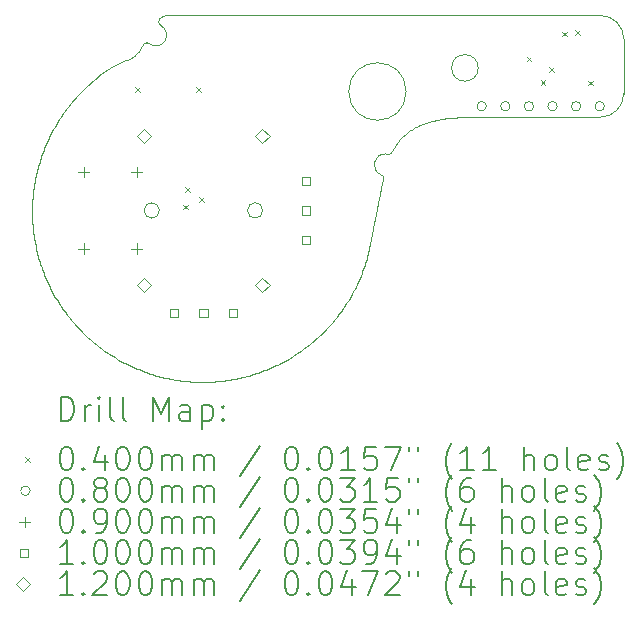
<source format=gbr>
%TF.GenerationSoftware,KiCad,Pcbnew,8.0.2*%
%TF.CreationDate,2024-08-23T13:58:04-07:00*%
%TF.ProjectId,UGC_SubStick,5547435f-5375-4625-9374-69636b2e6b69,rev?*%
%TF.SameCoordinates,Original*%
%TF.FileFunction,Drillmap*%
%TF.FilePolarity,Positive*%
%FSLAX45Y45*%
G04 Gerber Fmt 4.5, Leading zero omitted, Abs format (unit mm)*
G04 Created by KiCad (PCBNEW 8.0.2) date 2024-08-23 13:58:04*
%MOMM*%
%LPD*%
G01*
G04 APERTURE LIST*
%ADD10C,0.100000*%
%ADD11C,0.200000*%
%ADD12C,0.120000*%
G04 APERTURE END LIST*
D10*
X23618272Y-14037382D02*
X23605554Y-14052395D01*
X23593046Y-14067575D01*
X23580749Y-14082920D01*
X23568666Y-14098427D01*
X23556797Y-14114094D01*
X23545144Y-14129920D01*
X23533708Y-14145901D01*
X23522492Y-14162036D01*
X23511496Y-14178322D01*
X23500723Y-14194756D01*
X23490173Y-14211338D01*
X23479849Y-14228064D01*
X23469752Y-14244932D01*
X23459883Y-14261940D01*
X23450244Y-14279086D01*
X23440837Y-14296367D01*
X26241651Y-14687583D02*
X26241343Y-14695279D01*
X26433381Y-14321382D02*
X26442989Y-14313425D01*
X26452798Y-14305743D01*
X26462809Y-14298332D01*
X26473025Y-14291188D01*
X26483450Y-14284307D01*
X26494084Y-14277684D01*
X26504932Y-14271316D01*
X26515996Y-14265197D01*
X26527278Y-14259324D01*
X26538781Y-14253693D01*
X26550508Y-14248298D01*
X26562461Y-14243137D01*
X26574643Y-14238204D01*
X26587056Y-14233495D01*
X26599704Y-14229007D01*
X26612589Y-14224734D01*
X24351769Y-13344745D02*
G75*
G02*
X24425418Y-13317610I73651J-86385D01*
G01*
X26168778Y-15063190D02*
X26171046Y-15051693D01*
X26173313Y-15040196D01*
X26175581Y-15028699D01*
X26177849Y-15017201D01*
X26180116Y-15005704D01*
X26182384Y-14994207D01*
X26184652Y-14982710D01*
X26186919Y-14971212D01*
X26189187Y-14959715D01*
X26191454Y-14948218D01*
X26193722Y-14936721D01*
X26195990Y-14925224D01*
X26198257Y-14913726D01*
X26200525Y-14902229D01*
X26202793Y-14890732D01*
X26205060Y-14879235D01*
X26207328Y-14867737D01*
X26209596Y-14856240D01*
X26211863Y-14844743D01*
X26214131Y-14833246D01*
X26216399Y-14821749D01*
X26218666Y-14810251D01*
X26220934Y-14798754D01*
X26223201Y-14787257D01*
X26225469Y-14775760D01*
X26227737Y-14764262D01*
X26230004Y-14752765D01*
X26232272Y-14741268D01*
X26234540Y-14729771D01*
X26236807Y-14718273D01*
X26239075Y-14706776D01*
X26241343Y-14695279D01*
X26239602Y-14680158D02*
X26241651Y-14687583D01*
X23328678Y-15384999D02*
X23333757Y-15401861D01*
X23339038Y-15418650D01*
X23344521Y-15435365D01*
X23350205Y-15452004D01*
X23356088Y-15468565D01*
X23362170Y-15485047D01*
X23368450Y-15501447D01*
X23374927Y-15517765D01*
X23381600Y-15533998D01*
X23388468Y-15550144D01*
X23395531Y-15566203D01*
X23402787Y-15582171D01*
X23410235Y-15598048D01*
X23417875Y-15613832D01*
X23425705Y-15629520D01*
X23433726Y-15645112D01*
X23441935Y-15660605D01*
X23450332Y-15675998D01*
X23458916Y-15691289D01*
X23467686Y-15706476D01*
X23476642Y-15721558D01*
X23485781Y-15736532D01*
X23495104Y-15751398D01*
X23504610Y-15766153D01*
X23514297Y-15780796D01*
X23524165Y-15795324D01*
X23534212Y-15809737D01*
X23544439Y-15824032D01*
X23554843Y-15838208D01*
X23565424Y-15852263D01*
X23576182Y-15866195D01*
X23587115Y-15880003D01*
X26225809Y-14667115D02*
G75*
G02*
X26268899Y-14490422I32991J85555D01*
G01*
X24545757Y-16410991D02*
X24563254Y-16412934D01*
X24580764Y-16414662D01*
X24598284Y-16416177D01*
X24615813Y-16417478D01*
X24633348Y-16418565D01*
X24650889Y-16419438D01*
X24668432Y-16420098D01*
X24685977Y-16420544D01*
X24703520Y-16420777D01*
X24721061Y-16420797D01*
X24738596Y-16420604D01*
X24756125Y-16420198D01*
X24773645Y-16419579D01*
X24791155Y-16418748D01*
X24808651Y-16417705D01*
X24826134Y-16416449D01*
X24843599Y-16414982D01*
X24861047Y-16413302D01*
X24878474Y-16411411D01*
X24895878Y-16409308D01*
X24913258Y-16406994D01*
X24930612Y-16404468D01*
X24947938Y-16401732D01*
X24965234Y-16398784D01*
X24982498Y-16395625D01*
X24999727Y-16392256D01*
X25016921Y-16388676D01*
X25034077Y-16384886D01*
X25051193Y-16380886D01*
X25068268Y-16376675D01*
X25085298Y-16372254D01*
X25102283Y-16367624D01*
X24014013Y-16239899D02*
X24029475Y-16248342D01*
X24045030Y-16256591D01*
X24060676Y-16264646D01*
X24076412Y-16272506D01*
X24092235Y-16280170D01*
X24108144Y-16287638D01*
X24124136Y-16294910D01*
X24140211Y-16301983D01*
X24156366Y-16308859D01*
X24172599Y-16315537D01*
X24188908Y-16322015D01*
X24205292Y-16328293D01*
X24221749Y-16334371D01*
X24238276Y-16340248D01*
X24254873Y-16345924D01*
X24271536Y-16351397D01*
X24288265Y-16356667D01*
X24305057Y-16361735D01*
X24321910Y-16366598D01*
X24338823Y-16371257D01*
X24355794Y-16375710D01*
X24372821Y-16379958D01*
X24389902Y-16384000D01*
X24407035Y-16387834D01*
X24424219Y-16391461D01*
X24441451Y-16394880D01*
X24458730Y-16398091D01*
X24476053Y-16401092D01*
X24493419Y-16403883D01*
X24510827Y-16406463D01*
X24528273Y-16408833D01*
X24545757Y-16410991D01*
X24358984Y-13402763D02*
G75*
G02*
X24259451Y-13555241I-40594J-82227D01*
G01*
X26612589Y-14224734D02*
X26624927Y-14220908D01*
X26637332Y-14217304D01*
X26649782Y-14213917D01*
X26662255Y-14210739D01*
X26674731Y-14207763D01*
X26687187Y-14204984D01*
X26699603Y-14202395D01*
X26711957Y-14199988D01*
X26724226Y-14197757D01*
X26736391Y-14195696D01*
X26748429Y-14193798D01*
X26760319Y-14192056D01*
X26772039Y-14190464D01*
X26783568Y-14189015D01*
X26794884Y-14187702D01*
X26805966Y-14186519D01*
X26816793Y-14185459D01*
X26827343Y-14184516D01*
X26837594Y-14183683D01*
X26857116Y-14182318D01*
X26875185Y-14181314D01*
X26891631Y-14180616D01*
X26906282Y-14180172D01*
X26918966Y-14179929D01*
X26929510Y-14179832D01*
X26933927Y-14179823D01*
X24212383Y-13557128D02*
X24220597Y-13551110D01*
X24223685Y-13549665D01*
X24204761Y-13568323D02*
X24210075Y-13559638D01*
X24212383Y-13557128D01*
X23277498Y-14829687D02*
X23275802Y-14847193D01*
X23274321Y-14864709D01*
X23273054Y-14882232D01*
X23272001Y-14899761D01*
X23271161Y-14917293D01*
X23270536Y-14934827D01*
X23270124Y-14952362D01*
X23269925Y-14969894D01*
X23269939Y-14987422D01*
X23270167Y-15004944D01*
X23270607Y-15022458D01*
X23271259Y-15039962D01*
X23272124Y-15057454D01*
X23273202Y-15074933D01*
X23274491Y-15092396D01*
X23275992Y-15109842D01*
X23277705Y-15127268D01*
X23279630Y-15144672D01*
X23281765Y-15162054D01*
X23284112Y-15179409D01*
X23286670Y-15196738D01*
X23289439Y-15214037D01*
X23292418Y-15231306D01*
X23295608Y-15248541D01*
X23299007Y-15265741D01*
X23302617Y-15282904D01*
X23306437Y-15300028D01*
X23310467Y-15317112D01*
X23314706Y-15334152D01*
X23319154Y-15351148D01*
X23323812Y-15368098D01*
X23328678Y-15384999D01*
X25223220Y-14968852D02*
G75*
G02*
X25093220Y-14968852I-65000J0D01*
G01*
X25093220Y-14968852D02*
G75*
G02*
X25223220Y-14968852I65000J0D01*
G01*
X23440837Y-14296367D02*
X23432627Y-14311924D01*
X23424612Y-14327571D01*
X23416792Y-14343306D01*
X23409167Y-14359128D01*
X23401739Y-14375034D01*
X23394508Y-14391023D01*
X23387474Y-14407094D01*
X23380639Y-14423243D01*
X23374002Y-14439469D01*
X23367564Y-14455771D01*
X23361326Y-14472146D01*
X23355288Y-14488593D01*
X23349451Y-14505110D01*
X23343816Y-14521694D01*
X23338383Y-14538344D01*
X23333152Y-14555059D01*
X23328125Y-14571836D01*
X23323302Y-14588673D01*
X23318683Y-14605568D01*
X23314269Y-14622521D01*
X23310060Y-14639528D01*
X23306058Y-14656588D01*
X23302262Y-14673699D01*
X23298674Y-14690859D01*
X23295293Y-14708066D01*
X23292121Y-14725319D01*
X23289158Y-14742616D01*
X23286405Y-14759954D01*
X23283861Y-14777332D01*
X23281529Y-14794748D01*
X23279407Y-14812201D01*
X23277498Y-14829687D01*
X23847358Y-13823002D02*
G75*
G02*
X24075760Y-13695442I587362J-783438D01*
G01*
X26233992Y-14672276D02*
X26239602Y-14680158D01*
X24348220Y-14968852D02*
G75*
G02*
X24218220Y-14968852I-65000J0D01*
G01*
X24218220Y-14968852D02*
G75*
G02*
X24348220Y-14968852I65000J0D01*
G01*
X23847358Y-13823002D02*
X23831705Y-13834905D01*
X23816221Y-13847016D01*
X23800908Y-13859333D01*
X23785767Y-13871855D01*
X23770801Y-13884579D01*
X23756011Y-13897504D01*
X23741400Y-13910628D01*
X23726970Y-13923949D01*
X23712723Y-13937465D01*
X23698660Y-13951175D01*
X23684783Y-13965075D01*
X23671096Y-13979165D01*
X23657599Y-13993443D01*
X23644294Y-14007906D01*
X23631185Y-14022553D01*
X23618272Y-14037382D01*
X26933927Y-14179823D02*
X28079541Y-14179823D01*
X26436773Y-13961973D02*
G75*
G02*
X25950773Y-13961973I-243000J0D01*
G01*
X25950773Y-13961973D02*
G75*
G02*
X26436773Y-13961973I243000J0D01*
G01*
X25967520Y-15693868D02*
X25979138Y-15673253D01*
X25990163Y-15653068D01*
X26000620Y-15633276D01*
X26010533Y-15613840D01*
X26019928Y-15594723D01*
X26028829Y-15575888D01*
X26037261Y-15557297D01*
X26045249Y-15538913D01*
X26052819Y-15520699D01*
X26059996Y-15502618D01*
X26066803Y-15484633D01*
X26073267Y-15466707D01*
X26079411Y-15448801D01*
X26085262Y-15430880D01*
X26090844Y-15412906D01*
X26096182Y-15394841D01*
X26101301Y-15376649D01*
X26106226Y-15358293D01*
X26110982Y-15339734D01*
X26115593Y-15320937D01*
X26120086Y-15301864D01*
X26124484Y-15282477D01*
X26128813Y-15262739D01*
X26133098Y-15242614D01*
X26137363Y-15222064D01*
X26141635Y-15201051D01*
X26145936Y-15179540D01*
X26150294Y-15157492D01*
X26154732Y-15134870D01*
X26159275Y-15111637D01*
X26163949Y-15087756D01*
X26168778Y-15063190D01*
X24358984Y-13402763D02*
G75*
G02*
X24351771Y-13344747I15496J31383D01*
G01*
X28079541Y-13317611D02*
X24425418Y-13317611D01*
X25102283Y-16367624D02*
X25119238Y-16362779D01*
X25136123Y-16357730D01*
X25152937Y-16352479D01*
X25169677Y-16347025D01*
X25186342Y-16341370D01*
X25202931Y-16335515D01*
X25219441Y-16329461D01*
X25235871Y-16323208D01*
X25252218Y-16316757D01*
X25268482Y-16310110D01*
X25284661Y-16303267D01*
X25300752Y-16296229D01*
X25316755Y-16288997D01*
X25332666Y-16281572D01*
X25348485Y-16273955D01*
X25364210Y-16266146D01*
X25379839Y-16258146D01*
X25395370Y-16249957D01*
X25410801Y-16241579D01*
X25426131Y-16233013D01*
X25441358Y-16224260D01*
X25456481Y-16215321D01*
X25471497Y-16206197D01*
X25486404Y-16196889D01*
X25501202Y-16187396D01*
X25515887Y-16177722D01*
X25530460Y-16167865D01*
X25544916Y-16157828D01*
X25559256Y-16147611D01*
X25573477Y-16137215D01*
X25587578Y-16126640D01*
X25601556Y-16115888D01*
X26318066Y-14465087D02*
X26323091Y-14456236D01*
X26328344Y-14447304D01*
X26333839Y-14438305D01*
X26339588Y-14429252D01*
X26345605Y-14420160D01*
X26351905Y-14411041D01*
X26358499Y-14401910D01*
X26365403Y-14392779D01*
X26372629Y-14383663D01*
X26380192Y-14374574D01*
X26388104Y-14365527D01*
X26396379Y-14356534D01*
X26405030Y-14347610D01*
X26414072Y-14338767D01*
X26423518Y-14330020D01*
X26433381Y-14321382D01*
X23587115Y-15880003D02*
X23598212Y-15893673D01*
X23609470Y-15907199D01*
X23620886Y-15920581D01*
X23632458Y-15933816D01*
X23644185Y-15946904D01*
X23656066Y-15959843D01*
X23668100Y-15972632D01*
X23680283Y-15985269D01*
X23692616Y-15997754D01*
X23705097Y-16010086D01*
X23717724Y-16022262D01*
X23730496Y-16034282D01*
X23743410Y-16046144D01*
X23756467Y-16057847D01*
X23769664Y-16069390D01*
X23782999Y-16080772D01*
X23796472Y-16091991D01*
X23810080Y-16103046D01*
X23823823Y-16113936D01*
X23837698Y-16124659D01*
X23851705Y-16135215D01*
X23865841Y-16145602D01*
X23880106Y-16155819D01*
X23894497Y-16165864D01*
X23909014Y-16175736D01*
X23923654Y-16185434D01*
X23938417Y-16194957D01*
X23953300Y-16204304D01*
X23968303Y-16213472D01*
X23983424Y-16222462D01*
X23998661Y-16231271D01*
X24014013Y-16239899D01*
X24204761Y-13568323D02*
X24200623Y-13577607D01*
X24196260Y-13586591D01*
X26305545Y-14479838D02*
X26296847Y-14485399D01*
X26288362Y-14488731D01*
X25601556Y-16115888D02*
X25615386Y-16104979D01*
X25629075Y-16093908D01*
X25642621Y-16082676D01*
X25656024Y-16071286D01*
X25669280Y-16059738D01*
X25682390Y-16048035D01*
X25695353Y-16036177D01*
X25708165Y-16024166D01*
X25720828Y-16012004D01*
X25733338Y-15999692D01*
X25745695Y-15987231D01*
X25757898Y-15974623D01*
X25769945Y-15961870D01*
X25781835Y-15948972D01*
X25793567Y-15935932D01*
X25805139Y-15922751D01*
X25816550Y-15909430D01*
X25827799Y-15895971D01*
X25838884Y-15882376D01*
X25849805Y-15868645D01*
X25860559Y-15854781D01*
X25871146Y-15840784D01*
X25881564Y-15826656D01*
X25891812Y-15812400D01*
X25901889Y-15798015D01*
X25911793Y-15783504D01*
X25921523Y-15768868D01*
X25931078Y-15754109D01*
X25940457Y-15739228D01*
X25949657Y-15724227D01*
X25958679Y-15709106D01*
X25967520Y-15693868D01*
X24223685Y-13549665D02*
X24233568Y-13547216D01*
X24236975Y-13547052D01*
X28079541Y-13317611D02*
G75*
G02*
X28279539Y-13517611I-1J-199999D01*
G01*
X28279541Y-13979823D02*
G75*
G02*
X28079541Y-14179821I-200001J3D01*
G01*
X27046427Y-13762138D02*
G75*
G02*
X26821427Y-13762138I-112500J0D01*
G01*
X26821427Y-13762138D02*
G75*
G02*
X27046427Y-13762138I112500J0D01*
G01*
X28279541Y-13979823D02*
X28279541Y-13517611D01*
X26318066Y-14465087D02*
X26312130Y-14473535D01*
X26305545Y-14479838D01*
X24137963Y-13659420D02*
X24129414Y-13665451D01*
X24120175Y-13671738D01*
X24110123Y-13678057D01*
X24099858Y-13683793D01*
X24090113Y-13688703D01*
X24080946Y-13693049D01*
X24075761Y-13695442D01*
X24236975Y-13547052D02*
X24247123Y-13548561D01*
X24248935Y-13549165D01*
X24196260Y-13586591D02*
X24191172Y-13595290D01*
X24185252Y-13605077D01*
X24179738Y-13613673D01*
X24173847Y-13622081D01*
X24172709Y-13623616D01*
X26225809Y-14667115D02*
X26233992Y-14672276D01*
X24248935Y-13549165D02*
X24257956Y-13554052D01*
X24259452Y-13555239D01*
X24172709Y-13623616D02*
X24165770Y-13631311D01*
X24158558Y-13639160D01*
X24151646Y-13646440D01*
X24144528Y-13653493D01*
X24137963Y-13659420D01*
X26288362Y-14488731D02*
X26278102Y-14490581D01*
X26268900Y-14490413D01*
D11*
D10*
X24140000Y-13922500D02*
X24180000Y-13962500D01*
X24180000Y-13922500D02*
X24140000Y-13962500D01*
X24549420Y-14920280D02*
X24589420Y-14960280D01*
X24589420Y-14920280D02*
X24549420Y-14960280D01*
X24567200Y-14772960D02*
X24607200Y-14812960D01*
X24607200Y-14772960D02*
X24567200Y-14812960D01*
X24657500Y-13922500D02*
X24697500Y-13962500D01*
X24697500Y-13922500D02*
X24657500Y-13962500D01*
X24686580Y-14859320D02*
X24726580Y-14899320D01*
X24726580Y-14859320D02*
X24686580Y-14899320D01*
X27457500Y-13667500D02*
X27497500Y-13707500D01*
X27497500Y-13667500D02*
X27457500Y-13707500D01*
X27575000Y-13865000D02*
X27615000Y-13905000D01*
X27615000Y-13865000D02*
X27575000Y-13905000D01*
X27647329Y-13757860D02*
X27687329Y-13797860D01*
X27687329Y-13757860D02*
X27647329Y-13797860D01*
X27755000Y-13455000D02*
X27795000Y-13495000D01*
X27795000Y-13455000D02*
X27755000Y-13495000D01*
X27865000Y-13440000D02*
X27905000Y-13480000D01*
X27905000Y-13440000D02*
X27865000Y-13480000D01*
X27980000Y-13870000D02*
X28020000Y-13910000D01*
X28020000Y-13870000D02*
X27980000Y-13910000D01*
X27116100Y-14086741D02*
G75*
G02*
X27036100Y-14086741I-40000J0D01*
G01*
X27036100Y-14086741D02*
G75*
G02*
X27116100Y-14086741I40000J0D01*
G01*
X27316100Y-14086741D02*
G75*
G02*
X27236100Y-14086741I-40000J0D01*
G01*
X27236100Y-14086741D02*
G75*
G02*
X27316100Y-14086741I40000J0D01*
G01*
X27516100Y-14086741D02*
G75*
G02*
X27436100Y-14086741I-40000J0D01*
G01*
X27436100Y-14086741D02*
G75*
G02*
X27516100Y-14086741I40000J0D01*
G01*
X27716100Y-14086741D02*
G75*
G02*
X27636100Y-14086741I-40000J0D01*
G01*
X27636100Y-14086741D02*
G75*
G02*
X27716100Y-14086741I40000J0D01*
G01*
X27916100Y-14086741D02*
G75*
G02*
X27836100Y-14086741I-40000J0D01*
G01*
X27836100Y-14086741D02*
G75*
G02*
X27916100Y-14086741I40000J0D01*
G01*
X28116100Y-14086741D02*
G75*
G02*
X28036100Y-14086741I-40000J0D01*
G01*
X28036100Y-14086741D02*
G75*
G02*
X28116100Y-14086741I40000J0D01*
G01*
X23705720Y-14598852D02*
X23705720Y-14688852D01*
X23660720Y-14643852D02*
X23750720Y-14643852D01*
X23705720Y-15248852D02*
X23705720Y-15338852D01*
X23660720Y-15293852D02*
X23750720Y-15293852D01*
X24155720Y-14598852D02*
X24155720Y-14688852D01*
X24110720Y-14643852D02*
X24200720Y-14643852D01*
X24155720Y-15248852D02*
X24155720Y-15338852D01*
X24110720Y-15293852D02*
X24200720Y-15293852D01*
X24506076Y-15874207D02*
X24506076Y-15803496D01*
X24435364Y-15803496D01*
X24435364Y-15874207D01*
X24506076Y-15874207D01*
X24756076Y-15874207D02*
X24756076Y-15803496D01*
X24685364Y-15803496D01*
X24685364Y-15874207D01*
X24756076Y-15874207D01*
X25006076Y-15874207D02*
X25006076Y-15803496D01*
X24935364Y-15803496D01*
X24935364Y-15874207D01*
X25006076Y-15874207D01*
X25626076Y-14754207D02*
X25626076Y-14683496D01*
X25555364Y-14683496D01*
X25555364Y-14754207D01*
X25626076Y-14754207D01*
X25626076Y-15004207D02*
X25626076Y-14933496D01*
X25555364Y-14933496D01*
X25555364Y-15004207D01*
X25626076Y-15004207D01*
X25626076Y-15254207D02*
X25626076Y-15183496D01*
X25555364Y-15183496D01*
X25555364Y-15254207D01*
X25626076Y-15254207D01*
D12*
X24220720Y-14396352D02*
X24280720Y-14336352D01*
X24220720Y-14276352D01*
X24160720Y-14336352D01*
X24220720Y-14396352D01*
X24220720Y-15661352D02*
X24280720Y-15601352D01*
X24220720Y-15541352D01*
X24160720Y-15601352D01*
X24220720Y-15661352D01*
X25220720Y-14396352D02*
X25280720Y-14336352D01*
X25220720Y-14276352D01*
X25160720Y-14336352D01*
X25220720Y-14396352D01*
X25220720Y-15661352D02*
X25280720Y-15601352D01*
X25220720Y-15541352D01*
X25160720Y-15601352D01*
X25220720Y-15661352D01*
D11*
X23514043Y-16749344D02*
X23514043Y-16549344D01*
X23514043Y-16549344D02*
X23561662Y-16549344D01*
X23561662Y-16549344D02*
X23590233Y-16558868D01*
X23590233Y-16558868D02*
X23609281Y-16577916D01*
X23609281Y-16577916D02*
X23618805Y-16596963D01*
X23618805Y-16596963D02*
X23628329Y-16635059D01*
X23628329Y-16635059D02*
X23628329Y-16663630D01*
X23628329Y-16663630D02*
X23618805Y-16701725D01*
X23618805Y-16701725D02*
X23609281Y-16720773D01*
X23609281Y-16720773D02*
X23590233Y-16739821D01*
X23590233Y-16739821D02*
X23561662Y-16749344D01*
X23561662Y-16749344D02*
X23514043Y-16749344D01*
X23714043Y-16749344D02*
X23714043Y-16616011D01*
X23714043Y-16654106D02*
X23723567Y-16635059D01*
X23723567Y-16635059D02*
X23733090Y-16625535D01*
X23733090Y-16625535D02*
X23752138Y-16616011D01*
X23752138Y-16616011D02*
X23771186Y-16616011D01*
X23837852Y-16749344D02*
X23837852Y-16616011D01*
X23837852Y-16549344D02*
X23828329Y-16558868D01*
X23828329Y-16558868D02*
X23837852Y-16568392D01*
X23837852Y-16568392D02*
X23847376Y-16558868D01*
X23847376Y-16558868D02*
X23837852Y-16549344D01*
X23837852Y-16549344D02*
X23837852Y-16568392D01*
X23961662Y-16749344D02*
X23942614Y-16739821D01*
X23942614Y-16739821D02*
X23933090Y-16720773D01*
X23933090Y-16720773D02*
X23933090Y-16549344D01*
X24066424Y-16749344D02*
X24047376Y-16739821D01*
X24047376Y-16739821D02*
X24037852Y-16720773D01*
X24037852Y-16720773D02*
X24037852Y-16549344D01*
X24294995Y-16749344D02*
X24294995Y-16549344D01*
X24294995Y-16549344D02*
X24361662Y-16692202D01*
X24361662Y-16692202D02*
X24428329Y-16549344D01*
X24428329Y-16549344D02*
X24428329Y-16749344D01*
X24609281Y-16749344D02*
X24609281Y-16644583D01*
X24609281Y-16644583D02*
X24599757Y-16625535D01*
X24599757Y-16625535D02*
X24580710Y-16616011D01*
X24580710Y-16616011D02*
X24542614Y-16616011D01*
X24542614Y-16616011D02*
X24523567Y-16625535D01*
X24609281Y-16739821D02*
X24590233Y-16749344D01*
X24590233Y-16749344D02*
X24542614Y-16749344D01*
X24542614Y-16749344D02*
X24523567Y-16739821D01*
X24523567Y-16739821D02*
X24514043Y-16720773D01*
X24514043Y-16720773D02*
X24514043Y-16701725D01*
X24514043Y-16701725D02*
X24523567Y-16682678D01*
X24523567Y-16682678D02*
X24542614Y-16673154D01*
X24542614Y-16673154D02*
X24590233Y-16673154D01*
X24590233Y-16673154D02*
X24609281Y-16663630D01*
X24704519Y-16616011D02*
X24704519Y-16816011D01*
X24704519Y-16625535D02*
X24723567Y-16616011D01*
X24723567Y-16616011D02*
X24761662Y-16616011D01*
X24761662Y-16616011D02*
X24780710Y-16625535D01*
X24780710Y-16625535D02*
X24790233Y-16635059D01*
X24790233Y-16635059D02*
X24799757Y-16654106D01*
X24799757Y-16654106D02*
X24799757Y-16711249D01*
X24799757Y-16711249D02*
X24790233Y-16730297D01*
X24790233Y-16730297D02*
X24780710Y-16739821D01*
X24780710Y-16739821D02*
X24761662Y-16749344D01*
X24761662Y-16749344D02*
X24723567Y-16749344D01*
X24723567Y-16749344D02*
X24704519Y-16739821D01*
X24885471Y-16730297D02*
X24894995Y-16739821D01*
X24894995Y-16739821D02*
X24885471Y-16749344D01*
X24885471Y-16749344D02*
X24875948Y-16739821D01*
X24875948Y-16739821D02*
X24885471Y-16730297D01*
X24885471Y-16730297D02*
X24885471Y-16749344D01*
X24885471Y-16625535D02*
X24894995Y-16635059D01*
X24894995Y-16635059D02*
X24885471Y-16644583D01*
X24885471Y-16644583D02*
X24875948Y-16635059D01*
X24875948Y-16635059D02*
X24885471Y-16625535D01*
X24885471Y-16625535D02*
X24885471Y-16644583D01*
D10*
X23213266Y-17057861D02*
X23253266Y-17097861D01*
X23253266Y-17057861D02*
X23213266Y-17097861D01*
D11*
X23552138Y-16969345D02*
X23571186Y-16969345D01*
X23571186Y-16969345D02*
X23590233Y-16978868D01*
X23590233Y-16978868D02*
X23599757Y-16988392D01*
X23599757Y-16988392D02*
X23609281Y-17007440D01*
X23609281Y-17007440D02*
X23618805Y-17045535D01*
X23618805Y-17045535D02*
X23618805Y-17093154D01*
X23618805Y-17093154D02*
X23609281Y-17131249D01*
X23609281Y-17131249D02*
X23599757Y-17150297D01*
X23599757Y-17150297D02*
X23590233Y-17159821D01*
X23590233Y-17159821D02*
X23571186Y-17169345D01*
X23571186Y-17169345D02*
X23552138Y-17169345D01*
X23552138Y-17169345D02*
X23533090Y-17159821D01*
X23533090Y-17159821D02*
X23523567Y-17150297D01*
X23523567Y-17150297D02*
X23514043Y-17131249D01*
X23514043Y-17131249D02*
X23504519Y-17093154D01*
X23504519Y-17093154D02*
X23504519Y-17045535D01*
X23504519Y-17045535D02*
X23514043Y-17007440D01*
X23514043Y-17007440D02*
X23523567Y-16988392D01*
X23523567Y-16988392D02*
X23533090Y-16978868D01*
X23533090Y-16978868D02*
X23552138Y-16969345D01*
X23704519Y-17150297D02*
X23714043Y-17159821D01*
X23714043Y-17159821D02*
X23704519Y-17169345D01*
X23704519Y-17169345D02*
X23694995Y-17159821D01*
X23694995Y-17159821D02*
X23704519Y-17150297D01*
X23704519Y-17150297D02*
X23704519Y-17169345D01*
X23885471Y-17036011D02*
X23885471Y-17169345D01*
X23837852Y-16959821D02*
X23790233Y-17102678D01*
X23790233Y-17102678D02*
X23914043Y-17102678D01*
X24028329Y-16969345D02*
X24047376Y-16969345D01*
X24047376Y-16969345D02*
X24066424Y-16978868D01*
X24066424Y-16978868D02*
X24075948Y-16988392D01*
X24075948Y-16988392D02*
X24085471Y-17007440D01*
X24085471Y-17007440D02*
X24094995Y-17045535D01*
X24094995Y-17045535D02*
X24094995Y-17093154D01*
X24094995Y-17093154D02*
X24085471Y-17131249D01*
X24085471Y-17131249D02*
X24075948Y-17150297D01*
X24075948Y-17150297D02*
X24066424Y-17159821D01*
X24066424Y-17159821D02*
X24047376Y-17169345D01*
X24047376Y-17169345D02*
X24028329Y-17169345D01*
X24028329Y-17169345D02*
X24009281Y-17159821D01*
X24009281Y-17159821D02*
X23999757Y-17150297D01*
X23999757Y-17150297D02*
X23990233Y-17131249D01*
X23990233Y-17131249D02*
X23980710Y-17093154D01*
X23980710Y-17093154D02*
X23980710Y-17045535D01*
X23980710Y-17045535D02*
X23990233Y-17007440D01*
X23990233Y-17007440D02*
X23999757Y-16988392D01*
X23999757Y-16988392D02*
X24009281Y-16978868D01*
X24009281Y-16978868D02*
X24028329Y-16969345D01*
X24218805Y-16969345D02*
X24237852Y-16969345D01*
X24237852Y-16969345D02*
X24256900Y-16978868D01*
X24256900Y-16978868D02*
X24266424Y-16988392D01*
X24266424Y-16988392D02*
X24275948Y-17007440D01*
X24275948Y-17007440D02*
X24285471Y-17045535D01*
X24285471Y-17045535D02*
X24285471Y-17093154D01*
X24285471Y-17093154D02*
X24275948Y-17131249D01*
X24275948Y-17131249D02*
X24266424Y-17150297D01*
X24266424Y-17150297D02*
X24256900Y-17159821D01*
X24256900Y-17159821D02*
X24237852Y-17169345D01*
X24237852Y-17169345D02*
X24218805Y-17169345D01*
X24218805Y-17169345D02*
X24199757Y-17159821D01*
X24199757Y-17159821D02*
X24190233Y-17150297D01*
X24190233Y-17150297D02*
X24180710Y-17131249D01*
X24180710Y-17131249D02*
X24171186Y-17093154D01*
X24171186Y-17093154D02*
X24171186Y-17045535D01*
X24171186Y-17045535D02*
X24180710Y-17007440D01*
X24180710Y-17007440D02*
X24190233Y-16988392D01*
X24190233Y-16988392D02*
X24199757Y-16978868D01*
X24199757Y-16978868D02*
X24218805Y-16969345D01*
X24371186Y-17169345D02*
X24371186Y-17036011D01*
X24371186Y-17055059D02*
X24380710Y-17045535D01*
X24380710Y-17045535D02*
X24399757Y-17036011D01*
X24399757Y-17036011D02*
X24428329Y-17036011D01*
X24428329Y-17036011D02*
X24447376Y-17045535D01*
X24447376Y-17045535D02*
X24456900Y-17064583D01*
X24456900Y-17064583D02*
X24456900Y-17169345D01*
X24456900Y-17064583D02*
X24466424Y-17045535D01*
X24466424Y-17045535D02*
X24485471Y-17036011D01*
X24485471Y-17036011D02*
X24514043Y-17036011D01*
X24514043Y-17036011D02*
X24533091Y-17045535D01*
X24533091Y-17045535D02*
X24542614Y-17064583D01*
X24542614Y-17064583D02*
X24542614Y-17169345D01*
X24637852Y-17169345D02*
X24637852Y-17036011D01*
X24637852Y-17055059D02*
X24647376Y-17045535D01*
X24647376Y-17045535D02*
X24666424Y-17036011D01*
X24666424Y-17036011D02*
X24694995Y-17036011D01*
X24694995Y-17036011D02*
X24714043Y-17045535D01*
X24714043Y-17045535D02*
X24723567Y-17064583D01*
X24723567Y-17064583D02*
X24723567Y-17169345D01*
X24723567Y-17064583D02*
X24733091Y-17045535D01*
X24733091Y-17045535D02*
X24752138Y-17036011D01*
X24752138Y-17036011D02*
X24780710Y-17036011D01*
X24780710Y-17036011D02*
X24799757Y-17045535D01*
X24799757Y-17045535D02*
X24809281Y-17064583D01*
X24809281Y-17064583D02*
X24809281Y-17169345D01*
X25199757Y-16959821D02*
X25028329Y-17216964D01*
X25456900Y-16969345D02*
X25475948Y-16969345D01*
X25475948Y-16969345D02*
X25494995Y-16978868D01*
X25494995Y-16978868D02*
X25504519Y-16988392D01*
X25504519Y-16988392D02*
X25514043Y-17007440D01*
X25514043Y-17007440D02*
X25523567Y-17045535D01*
X25523567Y-17045535D02*
X25523567Y-17093154D01*
X25523567Y-17093154D02*
X25514043Y-17131249D01*
X25514043Y-17131249D02*
X25504519Y-17150297D01*
X25504519Y-17150297D02*
X25494995Y-17159821D01*
X25494995Y-17159821D02*
X25475948Y-17169345D01*
X25475948Y-17169345D02*
X25456900Y-17169345D01*
X25456900Y-17169345D02*
X25437853Y-17159821D01*
X25437853Y-17159821D02*
X25428329Y-17150297D01*
X25428329Y-17150297D02*
X25418805Y-17131249D01*
X25418805Y-17131249D02*
X25409281Y-17093154D01*
X25409281Y-17093154D02*
X25409281Y-17045535D01*
X25409281Y-17045535D02*
X25418805Y-17007440D01*
X25418805Y-17007440D02*
X25428329Y-16988392D01*
X25428329Y-16988392D02*
X25437853Y-16978868D01*
X25437853Y-16978868D02*
X25456900Y-16969345D01*
X25609281Y-17150297D02*
X25618805Y-17159821D01*
X25618805Y-17159821D02*
X25609281Y-17169345D01*
X25609281Y-17169345D02*
X25599757Y-17159821D01*
X25599757Y-17159821D02*
X25609281Y-17150297D01*
X25609281Y-17150297D02*
X25609281Y-17169345D01*
X25742614Y-16969345D02*
X25761662Y-16969345D01*
X25761662Y-16969345D02*
X25780710Y-16978868D01*
X25780710Y-16978868D02*
X25790234Y-16988392D01*
X25790234Y-16988392D02*
X25799757Y-17007440D01*
X25799757Y-17007440D02*
X25809281Y-17045535D01*
X25809281Y-17045535D02*
X25809281Y-17093154D01*
X25809281Y-17093154D02*
X25799757Y-17131249D01*
X25799757Y-17131249D02*
X25790234Y-17150297D01*
X25790234Y-17150297D02*
X25780710Y-17159821D01*
X25780710Y-17159821D02*
X25761662Y-17169345D01*
X25761662Y-17169345D02*
X25742614Y-17169345D01*
X25742614Y-17169345D02*
X25723567Y-17159821D01*
X25723567Y-17159821D02*
X25714043Y-17150297D01*
X25714043Y-17150297D02*
X25704519Y-17131249D01*
X25704519Y-17131249D02*
X25694995Y-17093154D01*
X25694995Y-17093154D02*
X25694995Y-17045535D01*
X25694995Y-17045535D02*
X25704519Y-17007440D01*
X25704519Y-17007440D02*
X25714043Y-16988392D01*
X25714043Y-16988392D02*
X25723567Y-16978868D01*
X25723567Y-16978868D02*
X25742614Y-16969345D01*
X25999757Y-17169345D02*
X25885472Y-17169345D01*
X25942614Y-17169345D02*
X25942614Y-16969345D01*
X25942614Y-16969345D02*
X25923567Y-16997916D01*
X25923567Y-16997916D02*
X25904519Y-17016964D01*
X25904519Y-17016964D02*
X25885472Y-17026487D01*
X26180710Y-16969345D02*
X26085472Y-16969345D01*
X26085472Y-16969345D02*
X26075948Y-17064583D01*
X26075948Y-17064583D02*
X26085472Y-17055059D01*
X26085472Y-17055059D02*
X26104519Y-17045535D01*
X26104519Y-17045535D02*
X26152138Y-17045535D01*
X26152138Y-17045535D02*
X26171186Y-17055059D01*
X26171186Y-17055059D02*
X26180710Y-17064583D01*
X26180710Y-17064583D02*
X26190234Y-17083630D01*
X26190234Y-17083630D02*
X26190234Y-17131249D01*
X26190234Y-17131249D02*
X26180710Y-17150297D01*
X26180710Y-17150297D02*
X26171186Y-17159821D01*
X26171186Y-17159821D02*
X26152138Y-17169345D01*
X26152138Y-17169345D02*
X26104519Y-17169345D01*
X26104519Y-17169345D02*
X26085472Y-17159821D01*
X26085472Y-17159821D02*
X26075948Y-17150297D01*
X26256900Y-16969345D02*
X26390234Y-16969345D01*
X26390234Y-16969345D02*
X26304519Y-17169345D01*
X26456900Y-16969345D02*
X26456900Y-17007440D01*
X26533091Y-16969345D02*
X26533091Y-17007440D01*
X26828329Y-17245535D02*
X26818805Y-17236011D01*
X26818805Y-17236011D02*
X26799757Y-17207440D01*
X26799757Y-17207440D02*
X26790234Y-17188392D01*
X26790234Y-17188392D02*
X26780710Y-17159821D01*
X26780710Y-17159821D02*
X26771186Y-17112202D01*
X26771186Y-17112202D02*
X26771186Y-17074106D01*
X26771186Y-17074106D02*
X26780710Y-17026487D01*
X26780710Y-17026487D02*
X26790234Y-16997916D01*
X26790234Y-16997916D02*
X26799757Y-16978868D01*
X26799757Y-16978868D02*
X26818805Y-16950297D01*
X26818805Y-16950297D02*
X26828329Y-16940773D01*
X27009281Y-17169345D02*
X26894996Y-17169345D01*
X26952138Y-17169345D02*
X26952138Y-16969345D01*
X26952138Y-16969345D02*
X26933091Y-16997916D01*
X26933091Y-16997916D02*
X26914043Y-17016964D01*
X26914043Y-17016964D02*
X26894996Y-17026487D01*
X27199757Y-17169345D02*
X27085472Y-17169345D01*
X27142615Y-17169345D02*
X27142615Y-16969345D01*
X27142615Y-16969345D02*
X27123567Y-16997916D01*
X27123567Y-16997916D02*
X27104519Y-17016964D01*
X27104519Y-17016964D02*
X27085472Y-17026487D01*
X27437853Y-17169345D02*
X27437853Y-16969345D01*
X27523567Y-17169345D02*
X27523567Y-17064583D01*
X27523567Y-17064583D02*
X27514043Y-17045535D01*
X27514043Y-17045535D02*
X27494996Y-17036011D01*
X27494996Y-17036011D02*
X27466424Y-17036011D01*
X27466424Y-17036011D02*
X27447377Y-17045535D01*
X27447377Y-17045535D02*
X27437853Y-17055059D01*
X27647377Y-17169345D02*
X27628329Y-17159821D01*
X27628329Y-17159821D02*
X27618805Y-17150297D01*
X27618805Y-17150297D02*
X27609281Y-17131249D01*
X27609281Y-17131249D02*
X27609281Y-17074106D01*
X27609281Y-17074106D02*
X27618805Y-17055059D01*
X27618805Y-17055059D02*
X27628329Y-17045535D01*
X27628329Y-17045535D02*
X27647377Y-17036011D01*
X27647377Y-17036011D02*
X27675948Y-17036011D01*
X27675948Y-17036011D02*
X27694996Y-17045535D01*
X27694996Y-17045535D02*
X27704519Y-17055059D01*
X27704519Y-17055059D02*
X27714043Y-17074106D01*
X27714043Y-17074106D02*
X27714043Y-17131249D01*
X27714043Y-17131249D02*
X27704519Y-17150297D01*
X27704519Y-17150297D02*
X27694996Y-17159821D01*
X27694996Y-17159821D02*
X27675948Y-17169345D01*
X27675948Y-17169345D02*
X27647377Y-17169345D01*
X27828329Y-17169345D02*
X27809281Y-17159821D01*
X27809281Y-17159821D02*
X27799758Y-17140773D01*
X27799758Y-17140773D02*
X27799758Y-16969345D01*
X27980710Y-17159821D02*
X27961662Y-17169345D01*
X27961662Y-17169345D02*
X27923567Y-17169345D01*
X27923567Y-17169345D02*
X27904519Y-17159821D01*
X27904519Y-17159821D02*
X27894996Y-17140773D01*
X27894996Y-17140773D02*
X27894996Y-17064583D01*
X27894996Y-17064583D02*
X27904519Y-17045535D01*
X27904519Y-17045535D02*
X27923567Y-17036011D01*
X27923567Y-17036011D02*
X27961662Y-17036011D01*
X27961662Y-17036011D02*
X27980710Y-17045535D01*
X27980710Y-17045535D02*
X27990234Y-17064583D01*
X27990234Y-17064583D02*
X27990234Y-17083630D01*
X27990234Y-17083630D02*
X27894996Y-17102678D01*
X28066424Y-17159821D02*
X28085472Y-17169345D01*
X28085472Y-17169345D02*
X28123567Y-17169345D01*
X28123567Y-17169345D02*
X28142615Y-17159821D01*
X28142615Y-17159821D02*
X28152139Y-17140773D01*
X28152139Y-17140773D02*
X28152139Y-17131249D01*
X28152139Y-17131249D02*
X28142615Y-17112202D01*
X28142615Y-17112202D02*
X28123567Y-17102678D01*
X28123567Y-17102678D02*
X28094996Y-17102678D01*
X28094996Y-17102678D02*
X28075948Y-17093154D01*
X28075948Y-17093154D02*
X28066424Y-17074106D01*
X28066424Y-17074106D02*
X28066424Y-17064583D01*
X28066424Y-17064583D02*
X28075948Y-17045535D01*
X28075948Y-17045535D02*
X28094996Y-17036011D01*
X28094996Y-17036011D02*
X28123567Y-17036011D01*
X28123567Y-17036011D02*
X28142615Y-17045535D01*
X28218805Y-17245535D02*
X28228329Y-17236011D01*
X28228329Y-17236011D02*
X28247377Y-17207440D01*
X28247377Y-17207440D02*
X28256900Y-17188392D01*
X28256900Y-17188392D02*
X28266424Y-17159821D01*
X28266424Y-17159821D02*
X28275948Y-17112202D01*
X28275948Y-17112202D02*
X28275948Y-17074106D01*
X28275948Y-17074106D02*
X28266424Y-17026487D01*
X28266424Y-17026487D02*
X28256900Y-16997916D01*
X28256900Y-16997916D02*
X28247377Y-16978868D01*
X28247377Y-16978868D02*
X28228329Y-16950297D01*
X28228329Y-16950297D02*
X28218805Y-16940773D01*
D10*
X23253266Y-17341861D02*
G75*
G02*
X23173266Y-17341861I-40000J0D01*
G01*
X23173266Y-17341861D02*
G75*
G02*
X23253266Y-17341861I40000J0D01*
G01*
D11*
X23552138Y-17233345D02*
X23571186Y-17233345D01*
X23571186Y-17233345D02*
X23590233Y-17242868D01*
X23590233Y-17242868D02*
X23599757Y-17252392D01*
X23599757Y-17252392D02*
X23609281Y-17271440D01*
X23609281Y-17271440D02*
X23618805Y-17309535D01*
X23618805Y-17309535D02*
X23618805Y-17357154D01*
X23618805Y-17357154D02*
X23609281Y-17395249D01*
X23609281Y-17395249D02*
X23599757Y-17414297D01*
X23599757Y-17414297D02*
X23590233Y-17423821D01*
X23590233Y-17423821D02*
X23571186Y-17433345D01*
X23571186Y-17433345D02*
X23552138Y-17433345D01*
X23552138Y-17433345D02*
X23533090Y-17423821D01*
X23533090Y-17423821D02*
X23523567Y-17414297D01*
X23523567Y-17414297D02*
X23514043Y-17395249D01*
X23514043Y-17395249D02*
X23504519Y-17357154D01*
X23504519Y-17357154D02*
X23504519Y-17309535D01*
X23504519Y-17309535D02*
X23514043Y-17271440D01*
X23514043Y-17271440D02*
X23523567Y-17252392D01*
X23523567Y-17252392D02*
X23533090Y-17242868D01*
X23533090Y-17242868D02*
X23552138Y-17233345D01*
X23704519Y-17414297D02*
X23714043Y-17423821D01*
X23714043Y-17423821D02*
X23704519Y-17433345D01*
X23704519Y-17433345D02*
X23694995Y-17423821D01*
X23694995Y-17423821D02*
X23704519Y-17414297D01*
X23704519Y-17414297D02*
X23704519Y-17433345D01*
X23828329Y-17319059D02*
X23809281Y-17309535D01*
X23809281Y-17309535D02*
X23799757Y-17300011D01*
X23799757Y-17300011D02*
X23790233Y-17280964D01*
X23790233Y-17280964D02*
X23790233Y-17271440D01*
X23790233Y-17271440D02*
X23799757Y-17252392D01*
X23799757Y-17252392D02*
X23809281Y-17242868D01*
X23809281Y-17242868D02*
X23828329Y-17233345D01*
X23828329Y-17233345D02*
X23866424Y-17233345D01*
X23866424Y-17233345D02*
X23885471Y-17242868D01*
X23885471Y-17242868D02*
X23894995Y-17252392D01*
X23894995Y-17252392D02*
X23904519Y-17271440D01*
X23904519Y-17271440D02*
X23904519Y-17280964D01*
X23904519Y-17280964D02*
X23894995Y-17300011D01*
X23894995Y-17300011D02*
X23885471Y-17309535D01*
X23885471Y-17309535D02*
X23866424Y-17319059D01*
X23866424Y-17319059D02*
X23828329Y-17319059D01*
X23828329Y-17319059D02*
X23809281Y-17328583D01*
X23809281Y-17328583D02*
X23799757Y-17338106D01*
X23799757Y-17338106D02*
X23790233Y-17357154D01*
X23790233Y-17357154D02*
X23790233Y-17395249D01*
X23790233Y-17395249D02*
X23799757Y-17414297D01*
X23799757Y-17414297D02*
X23809281Y-17423821D01*
X23809281Y-17423821D02*
X23828329Y-17433345D01*
X23828329Y-17433345D02*
X23866424Y-17433345D01*
X23866424Y-17433345D02*
X23885471Y-17423821D01*
X23885471Y-17423821D02*
X23894995Y-17414297D01*
X23894995Y-17414297D02*
X23904519Y-17395249D01*
X23904519Y-17395249D02*
X23904519Y-17357154D01*
X23904519Y-17357154D02*
X23894995Y-17338106D01*
X23894995Y-17338106D02*
X23885471Y-17328583D01*
X23885471Y-17328583D02*
X23866424Y-17319059D01*
X24028329Y-17233345D02*
X24047376Y-17233345D01*
X24047376Y-17233345D02*
X24066424Y-17242868D01*
X24066424Y-17242868D02*
X24075948Y-17252392D01*
X24075948Y-17252392D02*
X24085471Y-17271440D01*
X24085471Y-17271440D02*
X24094995Y-17309535D01*
X24094995Y-17309535D02*
X24094995Y-17357154D01*
X24094995Y-17357154D02*
X24085471Y-17395249D01*
X24085471Y-17395249D02*
X24075948Y-17414297D01*
X24075948Y-17414297D02*
X24066424Y-17423821D01*
X24066424Y-17423821D02*
X24047376Y-17433345D01*
X24047376Y-17433345D02*
X24028329Y-17433345D01*
X24028329Y-17433345D02*
X24009281Y-17423821D01*
X24009281Y-17423821D02*
X23999757Y-17414297D01*
X23999757Y-17414297D02*
X23990233Y-17395249D01*
X23990233Y-17395249D02*
X23980710Y-17357154D01*
X23980710Y-17357154D02*
X23980710Y-17309535D01*
X23980710Y-17309535D02*
X23990233Y-17271440D01*
X23990233Y-17271440D02*
X23999757Y-17252392D01*
X23999757Y-17252392D02*
X24009281Y-17242868D01*
X24009281Y-17242868D02*
X24028329Y-17233345D01*
X24218805Y-17233345D02*
X24237852Y-17233345D01*
X24237852Y-17233345D02*
X24256900Y-17242868D01*
X24256900Y-17242868D02*
X24266424Y-17252392D01*
X24266424Y-17252392D02*
X24275948Y-17271440D01*
X24275948Y-17271440D02*
X24285471Y-17309535D01*
X24285471Y-17309535D02*
X24285471Y-17357154D01*
X24285471Y-17357154D02*
X24275948Y-17395249D01*
X24275948Y-17395249D02*
X24266424Y-17414297D01*
X24266424Y-17414297D02*
X24256900Y-17423821D01*
X24256900Y-17423821D02*
X24237852Y-17433345D01*
X24237852Y-17433345D02*
X24218805Y-17433345D01*
X24218805Y-17433345D02*
X24199757Y-17423821D01*
X24199757Y-17423821D02*
X24190233Y-17414297D01*
X24190233Y-17414297D02*
X24180710Y-17395249D01*
X24180710Y-17395249D02*
X24171186Y-17357154D01*
X24171186Y-17357154D02*
X24171186Y-17309535D01*
X24171186Y-17309535D02*
X24180710Y-17271440D01*
X24180710Y-17271440D02*
X24190233Y-17252392D01*
X24190233Y-17252392D02*
X24199757Y-17242868D01*
X24199757Y-17242868D02*
X24218805Y-17233345D01*
X24371186Y-17433345D02*
X24371186Y-17300011D01*
X24371186Y-17319059D02*
X24380710Y-17309535D01*
X24380710Y-17309535D02*
X24399757Y-17300011D01*
X24399757Y-17300011D02*
X24428329Y-17300011D01*
X24428329Y-17300011D02*
X24447376Y-17309535D01*
X24447376Y-17309535D02*
X24456900Y-17328583D01*
X24456900Y-17328583D02*
X24456900Y-17433345D01*
X24456900Y-17328583D02*
X24466424Y-17309535D01*
X24466424Y-17309535D02*
X24485471Y-17300011D01*
X24485471Y-17300011D02*
X24514043Y-17300011D01*
X24514043Y-17300011D02*
X24533091Y-17309535D01*
X24533091Y-17309535D02*
X24542614Y-17328583D01*
X24542614Y-17328583D02*
X24542614Y-17433345D01*
X24637852Y-17433345D02*
X24637852Y-17300011D01*
X24637852Y-17319059D02*
X24647376Y-17309535D01*
X24647376Y-17309535D02*
X24666424Y-17300011D01*
X24666424Y-17300011D02*
X24694995Y-17300011D01*
X24694995Y-17300011D02*
X24714043Y-17309535D01*
X24714043Y-17309535D02*
X24723567Y-17328583D01*
X24723567Y-17328583D02*
X24723567Y-17433345D01*
X24723567Y-17328583D02*
X24733091Y-17309535D01*
X24733091Y-17309535D02*
X24752138Y-17300011D01*
X24752138Y-17300011D02*
X24780710Y-17300011D01*
X24780710Y-17300011D02*
X24799757Y-17309535D01*
X24799757Y-17309535D02*
X24809281Y-17328583D01*
X24809281Y-17328583D02*
X24809281Y-17433345D01*
X25199757Y-17223821D02*
X25028329Y-17480964D01*
X25456900Y-17233345D02*
X25475948Y-17233345D01*
X25475948Y-17233345D02*
X25494995Y-17242868D01*
X25494995Y-17242868D02*
X25504519Y-17252392D01*
X25504519Y-17252392D02*
X25514043Y-17271440D01*
X25514043Y-17271440D02*
X25523567Y-17309535D01*
X25523567Y-17309535D02*
X25523567Y-17357154D01*
X25523567Y-17357154D02*
X25514043Y-17395249D01*
X25514043Y-17395249D02*
X25504519Y-17414297D01*
X25504519Y-17414297D02*
X25494995Y-17423821D01*
X25494995Y-17423821D02*
X25475948Y-17433345D01*
X25475948Y-17433345D02*
X25456900Y-17433345D01*
X25456900Y-17433345D02*
X25437853Y-17423821D01*
X25437853Y-17423821D02*
X25428329Y-17414297D01*
X25428329Y-17414297D02*
X25418805Y-17395249D01*
X25418805Y-17395249D02*
X25409281Y-17357154D01*
X25409281Y-17357154D02*
X25409281Y-17309535D01*
X25409281Y-17309535D02*
X25418805Y-17271440D01*
X25418805Y-17271440D02*
X25428329Y-17252392D01*
X25428329Y-17252392D02*
X25437853Y-17242868D01*
X25437853Y-17242868D02*
X25456900Y-17233345D01*
X25609281Y-17414297D02*
X25618805Y-17423821D01*
X25618805Y-17423821D02*
X25609281Y-17433345D01*
X25609281Y-17433345D02*
X25599757Y-17423821D01*
X25599757Y-17423821D02*
X25609281Y-17414297D01*
X25609281Y-17414297D02*
X25609281Y-17433345D01*
X25742614Y-17233345D02*
X25761662Y-17233345D01*
X25761662Y-17233345D02*
X25780710Y-17242868D01*
X25780710Y-17242868D02*
X25790234Y-17252392D01*
X25790234Y-17252392D02*
X25799757Y-17271440D01*
X25799757Y-17271440D02*
X25809281Y-17309535D01*
X25809281Y-17309535D02*
X25809281Y-17357154D01*
X25809281Y-17357154D02*
X25799757Y-17395249D01*
X25799757Y-17395249D02*
X25790234Y-17414297D01*
X25790234Y-17414297D02*
X25780710Y-17423821D01*
X25780710Y-17423821D02*
X25761662Y-17433345D01*
X25761662Y-17433345D02*
X25742614Y-17433345D01*
X25742614Y-17433345D02*
X25723567Y-17423821D01*
X25723567Y-17423821D02*
X25714043Y-17414297D01*
X25714043Y-17414297D02*
X25704519Y-17395249D01*
X25704519Y-17395249D02*
X25694995Y-17357154D01*
X25694995Y-17357154D02*
X25694995Y-17309535D01*
X25694995Y-17309535D02*
X25704519Y-17271440D01*
X25704519Y-17271440D02*
X25714043Y-17252392D01*
X25714043Y-17252392D02*
X25723567Y-17242868D01*
X25723567Y-17242868D02*
X25742614Y-17233345D01*
X25875948Y-17233345D02*
X25999757Y-17233345D01*
X25999757Y-17233345D02*
X25933091Y-17309535D01*
X25933091Y-17309535D02*
X25961662Y-17309535D01*
X25961662Y-17309535D02*
X25980710Y-17319059D01*
X25980710Y-17319059D02*
X25990234Y-17328583D01*
X25990234Y-17328583D02*
X25999757Y-17347630D01*
X25999757Y-17347630D02*
X25999757Y-17395249D01*
X25999757Y-17395249D02*
X25990234Y-17414297D01*
X25990234Y-17414297D02*
X25980710Y-17423821D01*
X25980710Y-17423821D02*
X25961662Y-17433345D01*
X25961662Y-17433345D02*
X25904519Y-17433345D01*
X25904519Y-17433345D02*
X25885472Y-17423821D01*
X25885472Y-17423821D02*
X25875948Y-17414297D01*
X26190234Y-17433345D02*
X26075948Y-17433345D01*
X26133091Y-17433345D02*
X26133091Y-17233345D01*
X26133091Y-17233345D02*
X26114043Y-17261916D01*
X26114043Y-17261916D02*
X26094995Y-17280964D01*
X26094995Y-17280964D02*
X26075948Y-17290487D01*
X26371186Y-17233345D02*
X26275948Y-17233345D01*
X26275948Y-17233345D02*
X26266424Y-17328583D01*
X26266424Y-17328583D02*
X26275948Y-17319059D01*
X26275948Y-17319059D02*
X26294995Y-17309535D01*
X26294995Y-17309535D02*
X26342615Y-17309535D01*
X26342615Y-17309535D02*
X26361662Y-17319059D01*
X26361662Y-17319059D02*
X26371186Y-17328583D01*
X26371186Y-17328583D02*
X26380710Y-17347630D01*
X26380710Y-17347630D02*
X26380710Y-17395249D01*
X26380710Y-17395249D02*
X26371186Y-17414297D01*
X26371186Y-17414297D02*
X26361662Y-17423821D01*
X26361662Y-17423821D02*
X26342615Y-17433345D01*
X26342615Y-17433345D02*
X26294995Y-17433345D01*
X26294995Y-17433345D02*
X26275948Y-17423821D01*
X26275948Y-17423821D02*
X26266424Y-17414297D01*
X26456900Y-17233345D02*
X26456900Y-17271440D01*
X26533091Y-17233345D02*
X26533091Y-17271440D01*
X26828329Y-17509535D02*
X26818805Y-17500011D01*
X26818805Y-17500011D02*
X26799757Y-17471440D01*
X26799757Y-17471440D02*
X26790234Y-17452392D01*
X26790234Y-17452392D02*
X26780710Y-17423821D01*
X26780710Y-17423821D02*
X26771186Y-17376202D01*
X26771186Y-17376202D02*
X26771186Y-17338106D01*
X26771186Y-17338106D02*
X26780710Y-17290487D01*
X26780710Y-17290487D02*
X26790234Y-17261916D01*
X26790234Y-17261916D02*
X26799757Y-17242868D01*
X26799757Y-17242868D02*
X26818805Y-17214297D01*
X26818805Y-17214297D02*
X26828329Y-17204773D01*
X26990234Y-17233345D02*
X26952138Y-17233345D01*
X26952138Y-17233345D02*
X26933091Y-17242868D01*
X26933091Y-17242868D02*
X26923567Y-17252392D01*
X26923567Y-17252392D02*
X26904519Y-17280964D01*
X26904519Y-17280964D02*
X26894996Y-17319059D01*
X26894996Y-17319059D02*
X26894996Y-17395249D01*
X26894996Y-17395249D02*
X26904519Y-17414297D01*
X26904519Y-17414297D02*
X26914043Y-17423821D01*
X26914043Y-17423821D02*
X26933091Y-17433345D01*
X26933091Y-17433345D02*
X26971186Y-17433345D01*
X26971186Y-17433345D02*
X26990234Y-17423821D01*
X26990234Y-17423821D02*
X26999757Y-17414297D01*
X26999757Y-17414297D02*
X27009281Y-17395249D01*
X27009281Y-17395249D02*
X27009281Y-17347630D01*
X27009281Y-17347630D02*
X26999757Y-17328583D01*
X26999757Y-17328583D02*
X26990234Y-17319059D01*
X26990234Y-17319059D02*
X26971186Y-17309535D01*
X26971186Y-17309535D02*
X26933091Y-17309535D01*
X26933091Y-17309535D02*
X26914043Y-17319059D01*
X26914043Y-17319059D02*
X26904519Y-17328583D01*
X26904519Y-17328583D02*
X26894996Y-17347630D01*
X27247377Y-17433345D02*
X27247377Y-17233345D01*
X27333091Y-17433345D02*
X27333091Y-17328583D01*
X27333091Y-17328583D02*
X27323567Y-17309535D01*
X27323567Y-17309535D02*
X27304519Y-17300011D01*
X27304519Y-17300011D02*
X27275948Y-17300011D01*
X27275948Y-17300011D02*
X27256900Y-17309535D01*
X27256900Y-17309535D02*
X27247377Y-17319059D01*
X27456900Y-17433345D02*
X27437853Y-17423821D01*
X27437853Y-17423821D02*
X27428329Y-17414297D01*
X27428329Y-17414297D02*
X27418805Y-17395249D01*
X27418805Y-17395249D02*
X27418805Y-17338106D01*
X27418805Y-17338106D02*
X27428329Y-17319059D01*
X27428329Y-17319059D02*
X27437853Y-17309535D01*
X27437853Y-17309535D02*
X27456900Y-17300011D01*
X27456900Y-17300011D02*
X27485472Y-17300011D01*
X27485472Y-17300011D02*
X27504519Y-17309535D01*
X27504519Y-17309535D02*
X27514043Y-17319059D01*
X27514043Y-17319059D02*
X27523567Y-17338106D01*
X27523567Y-17338106D02*
X27523567Y-17395249D01*
X27523567Y-17395249D02*
X27514043Y-17414297D01*
X27514043Y-17414297D02*
X27504519Y-17423821D01*
X27504519Y-17423821D02*
X27485472Y-17433345D01*
X27485472Y-17433345D02*
X27456900Y-17433345D01*
X27637853Y-17433345D02*
X27618805Y-17423821D01*
X27618805Y-17423821D02*
X27609281Y-17404773D01*
X27609281Y-17404773D02*
X27609281Y-17233345D01*
X27790234Y-17423821D02*
X27771186Y-17433345D01*
X27771186Y-17433345D02*
X27733091Y-17433345D01*
X27733091Y-17433345D02*
X27714043Y-17423821D01*
X27714043Y-17423821D02*
X27704519Y-17404773D01*
X27704519Y-17404773D02*
X27704519Y-17328583D01*
X27704519Y-17328583D02*
X27714043Y-17309535D01*
X27714043Y-17309535D02*
X27733091Y-17300011D01*
X27733091Y-17300011D02*
X27771186Y-17300011D01*
X27771186Y-17300011D02*
X27790234Y-17309535D01*
X27790234Y-17309535D02*
X27799758Y-17328583D01*
X27799758Y-17328583D02*
X27799758Y-17347630D01*
X27799758Y-17347630D02*
X27704519Y-17366678D01*
X27875948Y-17423821D02*
X27894996Y-17433345D01*
X27894996Y-17433345D02*
X27933091Y-17433345D01*
X27933091Y-17433345D02*
X27952139Y-17423821D01*
X27952139Y-17423821D02*
X27961662Y-17404773D01*
X27961662Y-17404773D02*
X27961662Y-17395249D01*
X27961662Y-17395249D02*
X27952139Y-17376202D01*
X27952139Y-17376202D02*
X27933091Y-17366678D01*
X27933091Y-17366678D02*
X27904519Y-17366678D01*
X27904519Y-17366678D02*
X27885472Y-17357154D01*
X27885472Y-17357154D02*
X27875948Y-17338106D01*
X27875948Y-17338106D02*
X27875948Y-17328583D01*
X27875948Y-17328583D02*
X27885472Y-17309535D01*
X27885472Y-17309535D02*
X27904519Y-17300011D01*
X27904519Y-17300011D02*
X27933091Y-17300011D01*
X27933091Y-17300011D02*
X27952139Y-17309535D01*
X28028329Y-17509535D02*
X28037853Y-17500011D01*
X28037853Y-17500011D02*
X28056900Y-17471440D01*
X28056900Y-17471440D02*
X28066424Y-17452392D01*
X28066424Y-17452392D02*
X28075948Y-17423821D01*
X28075948Y-17423821D02*
X28085472Y-17376202D01*
X28085472Y-17376202D02*
X28085472Y-17338106D01*
X28085472Y-17338106D02*
X28075948Y-17290487D01*
X28075948Y-17290487D02*
X28066424Y-17261916D01*
X28066424Y-17261916D02*
X28056900Y-17242868D01*
X28056900Y-17242868D02*
X28037853Y-17214297D01*
X28037853Y-17214297D02*
X28028329Y-17204773D01*
D10*
X23208266Y-17560861D02*
X23208266Y-17650861D01*
X23163266Y-17605861D02*
X23253266Y-17605861D01*
D11*
X23552138Y-17497345D02*
X23571186Y-17497345D01*
X23571186Y-17497345D02*
X23590233Y-17506868D01*
X23590233Y-17506868D02*
X23599757Y-17516392D01*
X23599757Y-17516392D02*
X23609281Y-17535440D01*
X23609281Y-17535440D02*
X23618805Y-17573535D01*
X23618805Y-17573535D02*
X23618805Y-17621154D01*
X23618805Y-17621154D02*
X23609281Y-17659249D01*
X23609281Y-17659249D02*
X23599757Y-17678297D01*
X23599757Y-17678297D02*
X23590233Y-17687821D01*
X23590233Y-17687821D02*
X23571186Y-17697345D01*
X23571186Y-17697345D02*
X23552138Y-17697345D01*
X23552138Y-17697345D02*
X23533090Y-17687821D01*
X23533090Y-17687821D02*
X23523567Y-17678297D01*
X23523567Y-17678297D02*
X23514043Y-17659249D01*
X23514043Y-17659249D02*
X23504519Y-17621154D01*
X23504519Y-17621154D02*
X23504519Y-17573535D01*
X23504519Y-17573535D02*
X23514043Y-17535440D01*
X23514043Y-17535440D02*
X23523567Y-17516392D01*
X23523567Y-17516392D02*
X23533090Y-17506868D01*
X23533090Y-17506868D02*
X23552138Y-17497345D01*
X23704519Y-17678297D02*
X23714043Y-17687821D01*
X23714043Y-17687821D02*
X23704519Y-17697345D01*
X23704519Y-17697345D02*
X23694995Y-17687821D01*
X23694995Y-17687821D02*
X23704519Y-17678297D01*
X23704519Y-17678297D02*
X23704519Y-17697345D01*
X23809281Y-17697345D02*
X23847376Y-17697345D01*
X23847376Y-17697345D02*
X23866424Y-17687821D01*
X23866424Y-17687821D02*
X23875948Y-17678297D01*
X23875948Y-17678297D02*
X23894995Y-17649725D01*
X23894995Y-17649725D02*
X23904519Y-17611630D01*
X23904519Y-17611630D02*
X23904519Y-17535440D01*
X23904519Y-17535440D02*
X23894995Y-17516392D01*
X23894995Y-17516392D02*
X23885471Y-17506868D01*
X23885471Y-17506868D02*
X23866424Y-17497345D01*
X23866424Y-17497345D02*
X23828329Y-17497345D01*
X23828329Y-17497345D02*
X23809281Y-17506868D01*
X23809281Y-17506868D02*
X23799757Y-17516392D01*
X23799757Y-17516392D02*
X23790233Y-17535440D01*
X23790233Y-17535440D02*
X23790233Y-17583059D01*
X23790233Y-17583059D02*
X23799757Y-17602106D01*
X23799757Y-17602106D02*
X23809281Y-17611630D01*
X23809281Y-17611630D02*
X23828329Y-17621154D01*
X23828329Y-17621154D02*
X23866424Y-17621154D01*
X23866424Y-17621154D02*
X23885471Y-17611630D01*
X23885471Y-17611630D02*
X23894995Y-17602106D01*
X23894995Y-17602106D02*
X23904519Y-17583059D01*
X24028329Y-17497345D02*
X24047376Y-17497345D01*
X24047376Y-17497345D02*
X24066424Y-17506868D01*
X24066424Y-17506868D02*
X24075948Y-17516392D01*
X24075948Y-17516392D02*
X24085471Y-17535440D01*
X24085471Y-17535440D02*
X24094995Y-17573535D01*
X24094995Y-17573535D02*
X24094995Y-17621154D01*
X24094995Y-17621154D02*
X24085471Y-17659249D01*
X24085471Y-17659249D02*
X24075948Y-17678297D01*
X24075948Y-17678297D02*
X24066424Y-17687821D01*
X24066424Y-17687821D02*
X24047376Y-17697345D01*
X24047376Y-17697345D02*
X24028329Y-17697345D01*
X24028329Y-17697345D02*
X24009281Y-17687821D01*
X24009281Y-17687821D02*
X23999757Y-17678297D01*
X23999757Y-17678297D02*
X23990233Y-17659249D01*
X23990233Y-17659249D02*
X23980710Y-17621154D01*
X23980710Y-17621154D02*
X23980710Y-17573535D01*
X23980710Y-17573535D02*
X23990233Y-17535440D01*
X23990233Y-17535440D02*
X23999757Y-17516392D01*
X23999757Y-17516392D02*
X24009281Y-17506868D01*
X24009281Y-17506868D02*
X24028329Y-17497345D01*
X24218805Y-17497345D02*
X24237852Y-17497345D01*
X24237852Y-17497345D02*
X24256900Y-17506868D01*
X24256900Y-17506868D02*
X24266424Y-17516392D01*
X24266424Y-17516392D02*
X24275948Y-17535440D01*
X24275948Y-17535440D02*
X24285471Y-17573535D01*
X24285471Y-17573535D02*
X24285471Y-17621154D01*
X24285471Y-17621154D02*
X24275948Y-17659249D01*
X24275948Y-17659249D02*
X24266424Y-17678297D01*
X24266424Y-17678297D02*
X24256900Y-17687821D01*
X24256900Y-17687821D02*
X24237852Y-17697345D01*
X24237852Y-17697345D02*
X24218805Y-17697345D01*
X24218805Y-17697345D02*
X24199757Y-17687821D01*
X24199757Y-17687821D02*
X24190233Y-17678297D01*
X24190233Y-17678297D02*
X24180710Y-17659249D01*
X24180710Y-17659249D02*
X24171186Y-17621154D01*
X24171186Y-17621154D02*
X24171186Y-17573535D01*
X24171186Y-17573535D02*
X24180710Y-17535440D01*
X24180710Y-17535440D02*
X24190233Y-17516392D01*
X24190233Y-17516392D02*
X24199757Y-17506868D01*
X24199757Y-17506868D02*
X24218805Y-17497345D01*
X24371186Y-17697345D02*
X24371186Y-17564011D01*
X24371186Y-17583059D02*
X24380710Y-17573535D01*
X24380710Y-17573535D02*
X24399757Y-17564011D01*
X24399757Y-17564011D02*
X24428329Y-17564011D01*
X24428329Y-17564011D02*
X24447376Y-17573535D01*
X24447376Y-17573535D02*
X24456900Y-17592583D01*
X24456900Y-17592583D02*
X24456900Y-17697345D01*
X24456900Y-17592583D02*
X24466424Y-17573535D01*
X24466424Y-17573535D02*
X24485471Y-17564011D01*
X24485471Y-17564011D02*
X24514043Y-17564011D01*
X24514043Y-17564011D02*
X24533091Y-17573535D01*
X24533091Y-17573535D02*
X24542614Y-17592583D01*
X24542614Y-17592583D02*
X24542614Y-17697345D01*
X24637852Y-17697345D02*
X24637852Y-17564011D01*
X24637852Y-17583059D02*
X24647376Y-17573535D01*
X24647376Y-17573535D02*
X24666424Y-17564011D01*
X24666424Y-17564011D02*
X24694995Y-17564011D01*
X24694995Y-17564011D02*
X24714043Y-17573535D01*
X24714043Y-17573535D02*
X24723567Y-17592583D01*
X24723567Y-17592583D02*
X24723567Y-17697345D01*
X24723567Y-17592583D02*
X24733091Y-17573535D01*
X24733091Y-17573535D02*
X24752138Y-17564011D01*
X24752138Y-17564011D02*
X24780710Y-17564011D01*
X24780710Y-17564011D02*
X24799757Y-17573535D01*
X24799757Y-17573535D02*
X24809281Y-17592583D01*
X24809281Y-17592583D02*
X24809281Y-17697345D01*
X25199757Y-17487821D02*
X25028329Y-17744964D01*
X25456900Y-17497345D02*
X25475948Y-17497345D01*
X25475948Y-17497345D02*
X25494995Y-17506868D01*
X25494995Y-17506868D02*
X25504519Y-17516392D01*
X25504519Y-17516392D02*
X25514043Y-17535440D01*
X25514043Y-17535440D02*
X25523567Y-17573535D01*
X25523567Y-17573535D02*
X25523567Y-17621154D01*
X25523567Y-17621154D02*
X25514043Y-17659249D01*
X25514043Y-17659249D02*
X25504519Y-17678297D01*
X25504519Y-17678297D02*
X25494995Y-17687821D01*
X25494995Y-17687821D02*
X25475948Y-17697345D01*
X25475948Y-17697345D02*
X25456900Y-17697345D01*
X25456900Y-17697345D02*
X25437853Y-17687821D01*
X25437853Y-17687821D02*
X25428329Y-17678297D01*
X25428329Y-17678297D02*
X25418805Y-17659249D01*
X25418805Y-17659249D02*
X25409281Y-17621154D01*
X25409281Y-17621154D02*
X25409281Y-17573535D01*
X25409281Y-17573535D02*
X25418805Y-17535440D01*
X25418805Y-17535440D02*
X25428329Y-17516392D01*
X25428329Y-17516392D02*
X25437853Y-17506868D01*
X25437853Y-17506868D02*
X25456900Y-17497345D01*
X25609281Y-17678297D02*
X25618805Y-17687821D01*
X25618805Y-17687821D02*
X25609281Y-17697345D01*
X25609281Y-17697345D02*
X25599757Y-17687821D01*
X25599757Y-17687821D02*
X25609281Y-17678297D01*
X25609281Y-17678297D02*
X25609281Y-17697345D01*
X25742614Y-17497345D02*
X25761662Y-17497345D01*
X25761662Y-17497345D02*
X25780710Y-17506868D01*
X25780710Y-17506868D02*
X25790234Y-17516392D01*
X25790234Y-17516392D02*
X25799757Y-17535440D01*
X25799757Y-17535440D02*
X25809281Y-17573535D01*
X25809281Y-17573535D02*
X25809281Y-17621154D01*
X25809281Y-17621154D02*
X25799757Y-17659249D01*
X25799757Y-17659249D02*
X25790234Y-17678297D01*
X25790234Y-17678297D02*
X25780710Y-17687821D01*
X25780710Y-17687821D02*
X25761662Y-17697345D01*
X25761662Y-17697345D02*
X25742614Y-17697345D01*
X25742614Y-17697345D02*
X25723567Y-17687821D01*
X25723567Y-17687821D02*
X25714043Y-17678297D01*
X25714043Y-17678297D02*
X25704519Y-17659249D01*
X25704519Y-17659249D02*
X25694995Y-17621154D01*
X25694995Y-17621154D02*
X25694995Y-17573535D01*
X25694995Y-17573535D02*
X25704519Y-17535440D01*
X25704519Y-17535440D02*
X25714043Y-17516392D01*
X25714043Y-17516392D02*
X25723567Y-17506868D01*
X25723567Y-17506868D02*
X25742614Y-17497345D01*
X25875948Y-17497345D02*
X25999757Y-17497345D01*
X25999757Y-17497345D02*
X25933091Y-17573535D01*
X25933091Y-17573535D02*
X25961662Y-17573535D01*
X25961662Y-17573535D02*
X25980710Y-17583059D01*
X25980710Y-17583059D02*
X25990234Y-17592583D01*
X25990234Y-17592583D02*
X25999757Y-17611630D01*
X25999757Y-17611630D02*
X25999757Y-17659249D01*
X25999757Y-17659249D02*
X25990234Y-17678297D01*
X25990234Y-17678297D02*
X25980710Y-17687821D01*
X25980710Y-17687821D02*
X25961662Y-17697345D01*
X25961662Y-17697345D02*
X25904519Y-17697345D01*
X25904519Y-17697345D02*
X25885472Y-17687821D01*
X25885472Y-17687821D02*
X25875948Y-17678297D01*
X26180710Y-17497345D02*
X26085472Y-17497345D01*
X26085472Y-17497345D02*
X26075948Y-17592583D01*
X26075948Y-17592583D02*
X26085472Y-17583059D01*
X26085472Y-17583059D02*
X26104519Y-17573535D01*
X26104519Y-17573535D02*
X26152138Y-17573535D01*
X26152138Y-17573535D02*
X26171186Y-17583059D01*
X26171186Y-17583059D02*
X26180710Y-17592583D01*
X26180710Y-17592583D02*
X26190234Y-17611630D01*
X26190234Y-17611630D02*
X26190234Y-17659249D01*
X26190234Y-17659249D02*
X26180710Y-17678297D01*
X26180710Y-17678297D02*
X26171186Y-17687821D01*
X26171186Y-17687821D02*
X26152138Y-17697345D01*
X26152138Y-17697345D02*
X26104519Y-17697345D01*
X26104519Y-17697345D02*
X26085472Y-17687821D01*
X26085472Y-17687821D02*
X26075948Y-17678297D01*
X26361662Y-17564011D02*
X26361662Y-17697345D01*
X26314043Y-17487821D02*
X26266424Y-17630678D01*
X26266424Y-17630678D02*
X26390234Y-17630678D01*
X26456900Y-17497345D02*
X26456900Y-17535440D01*
X26533091Y-17497345D02*
X26533091Y-17535440D01*
X26828329Y-17773535D02*
X26818805Y-17764011D01*
X26818805Y-17764011D02*
X26799757Y-17735440D01*
X26799757Y-17735440D02*
X26790234Y-17716392D01*
X26790234Y-17716392D02*
X26780710Y-17687821D01*
X26780710Y-17687821D02*
X26771186Y-17640202D01*
X26771186Y-17640202D02*
X26771186Y-17602106D01*
X26771186Y-17602106D02*
X26780710Y-17554487D01*
X26780710Y-17554487D02*
X26790234Y-17525916D01*
X26790234Y-17525916D02*
X26799757Y-17506868D01*
X26799757Y-17506868D02*
X26818805Y-17478297D01*
X26818805Y-17478297D02*
X26828329Y-17468773D01*
X26990234Y-17564011D02*
X26990234Y-17697345D01*
X26942615Y-17487821D02*
X26894996Y-17630678D01*
X26894996Y-17630678D02*
X27018805Y-17630678D01*
X27247377Y-17697345D02*
X27247377Y-17497345D01*
X27333091Y-17697345D02*
X27333091Y-17592583D01*
X27333091Y-17592583D02*
X27323567Y-17573535D01*
X27323567Y-17573535D02*
X27304519Y-17564011D01*
X27304519Y-17564011D02*
X27275948Y-17564011D01*
X27275948Y-17564011D02*
X27256900Y-17573535D01*
X27256900Y-17573535D02*
X27247377Y-17583059D01*
X27456900Y-17697345D02*
X27437853Y-17687821D01*
X27437853Y-17687821D02*
X27428329Y-17678297D01*
X27428329Y-17678297D02*
X27418805Y-17659249D01*
X27418805Y-17659249D02*
X27418805Y-17602106D01*
X27418805Y-17602106D02*
X27428329Y-17583059D01*
X27428329Y-17583059D02*
X27437853Y-17573535D01*
X27437853Y-17573535D02*
X27456900Y-17564011D01*
X27456900Y-17564011D02*
X27485472Y-17564011D01*
X27485472Y-17564011D02*
X27504519Y-17573535D01*
X27504519Y-17573535D02*
X27514043Y-17583059D01*
X27514043Y-17583059D02*
X27523567Y-17602106D01*
X27523567Y-17602106D02*
X27523567Y-17659249D01*
X27523567Y-17659249D02*
X27514043Y-17678297D01*
X27514043Y-17678297D02*
X27504519Y-17687821D01*
X27504519Y-17687821D02*
X27485472Y-17697345D01*
X27485472Y-17697345D02*
X27456900Y-17697345D01*
X27637853Y-17697345D02*
X27618805Y-17687821D01*
X27618805Y-17687821D02*
X27609281Y-17668773D01*
X27609281Y-17668773D02*
X27609281Y-17497345D01*
X27790234Y-17687821D02*
X27771186Y-17697345D01*
X27771186Y-17697345D02*
X27733091Y-17697345D01*
X27733091Y-17697345D02*
X27714043Y-17687821D01*
X27714043Y-17687821D02*
X27704519Y-17668773D01*
X27704519Y-17668773D02*
X27704519Y-17592583D01*
X27704519Y-17592583D02*
X27714043Y-17573535D01*
X27714043Y-17573535D02*
X27733091Y-17564011D01*
X27733091Y-17564011D02*
X27771186Y-17564011D01*
X27771186Y-17564011D02*
X27790234Y-17573535D01*
X27790234Y-17573535D02*
X27799758Y-17592583D01*
X27799758Y-17592583D02*
X27799758Y-17611630D01*
X27799758Y-17611630D02*
X27704519Y-17630678D01*
X27875948Y-17687821D02*
X27894996Y-17697345D01*
X27894996Y-17697345D02*
X27933091Y-17697345D01*
X27933091Y-17697345D02*
X27952139Y-17687821D01*
X27952139Y-17687821D02*
X27961662Y-17668773D01*
X27961662Y-17668773D02*
X27961662Y-17659249D01*
X27961662Y-17659249D02*
X27952139Y-17640202D01*
X27952139Y-17640202D02*
X27933091Y-17630678D01*
X27933091Y-17630678D02*
X27904519Y-17630678D01*
X27904519Y-17630678D02*
X27885472Y-17621154D01*
X27885472Y-17621154D02*
X27875948Y-17602106D01*
X27875948Y-17602106D02*
X27875948Y-17592583D01*
X27875948Y-17592583D02*
X27885472Y-17573535D01*
X27885472Y-17573535D02*
X27904519Y-17564011D01*
X27904519Y-17564011D02*
X27933091Y-17564011D01*
X27933091Y-17564011D02*
X27952139Y-17573535D01*
X28028329Y-17773535D02*
X28037853Y-17764011D01*
X28037853Y-17764011D02*
X28056900Y-17735440D01*
X28056900Y-17735440D02*
X28066424Y-17716392D01*
X28066424Y-17716392D02*
X28075948Y-17687821D01*
X28075948Y-17687821D02*
X28085472Y-17640202D01*
X28085472Y-17640202D02*
X28085472Y-17602106D01*
X28085472Y-17602106D02*
X28075948Y-17554487D01*
X28075948Y-17554487D02*
X28066424Y-17525916D01*
X28066424Y-17525916D02*
X28056900Y-17506868D01*
X28056900Y-17506868D02*
X28037853Y-17478297D01*
X28037853Y-17478297D02*
X28028329Y-17468773D01*
D10*
X23238622Y-17905216D02*
X23238622Y-17834505D01*
X23167910Y-17834505D01*
X23167910Y-17905216D01*
X23238622Y-17905216D01*
D11*
X23618805Y-17961345D02*
X23504519Y-17961345D01*
X23561662Y-17961345D02*
X23561662Y-17761345D01*
X23561662Y-17761345D02*
X23542614Y-17789916D01*
X23542614Y-17789916D02*
X23523567Y-17808964D01*
X23523567Y-17808964D02*
X23504519Y-17818487D01*
X23704519Y-17942297D02*
X23714043Y-17951821D01*
X23714043Y-17951821D02*
X23704519Y-17961345D01*
X23704519Y-17961345D02*
X23694995Y-17951821D01*
X23694995Y-17951821D02*
X23704519Y-17942297D01*
X23704519Y-17942297D02*
X23704519Y-17961345D01*
X23837852Y-17761345D02*
X23856900Y-17761345D01*
X23856900Y-17761345D02*
X23875948Y-17770868D01*
X23875948Y-17770868D02*
X23885471Y-17780392D01*
X23885471Y-17780392D02*
X23894995Y-17799440D01*
X23894995Y-17799440D02*
X23904519Y-17837535D01*
X23904519Y-17837535D02*
X23904519Y-17885154D01*
X23904519Y-17885154D02*
X23894995Y-17923249D01*
X23894995Y-17923249D02*
X23885471Y-17942297D01*
X23885471Y-17942297D02*
X23875948Y-17951821D01*
X23875948Y-17951821D02*
X23856900Y-17961345D01*
X23856900Y-17961345D02*
X23837852Y-17961345D01*
X23837852Y-17961345D02*
X23818805Y-17951821D01*
X23818805Y-17951821D02*
X23809281Y-17942297D01*
X23809281Y-17942297D02*
X23799757Y-17923249D01*
X23799757Y-17923249D02*
X23790233Y-17885154D01*
X23790233Y-17885154D02*
X23790233Y-17837535D01*
X23790233Y-17837535D02*
X23799757Y-17799440D01*
X23799757Y-17799440D02*
X23809281Y-17780392D01*
X23809281Y-17780392D02*
X23818805Y-17770868D01*
X23818805Y-17770868D02*
X23837852Y-17761345D01*
X24028329Y-17761345D02*
X24047376Y-17761345D01*
X24047376Y-17761345D02*
X24066424Y-17770868D01*
X24066424Y-17770868D02*
X24075948Y-17780392D01*
X24075948Y-17780392D02*
X24085471Y-17799440D01*
X24085471Y-17799440D02*
X24094995Y-17837535D01*
X24094995Y-17837535D02*
X24094995Y-17885154D01*
X24094995Y-17885154D02*
X24085471Y-17923249D01*
X24085471Y-17923249D02*
X24075948Y-17942297D01*
X24075948Y-17942297D02*
X24066424Y-17951821D01*
X24066424Y-17951821D02*
X24047376Y-17961345D01*
X24047376Y-17961345D02*
X24028329Y-17961345D01*
X24028329Y-17961345D02*
X24009281Y-17951821D01*
X24009281Y-17951821D02*
X23999757Y-17942297D01*
X23999757Y-17942297D02*
X23990233Y-17923249D01*
X23990233Y-17923249D02*
X23980710Y-17885154D01*
X23980710Y-17885154D02*
X23980710Y-17837535D01*
X23980710Y-17837535D02*
X23990233Y-17799440D01*
X23990233Y-17799440D02*
X23999757Y-17780392D01*
X23999757Y-17780392D02*
X24009281Y-17770868D01*
X24009281Y-17770868D02*
X24028329Y-17761345D01*
X24218805Y-17761345D02*
X24237852Y-17761345D01*
X24237852Y-17761345D02*
X24256900Y-17770868D01*
X24256900Y-17770868D02*
X24266424Y-17780392D01*
X24266424Y-17780392D02*
X24275948Y-17799440D01*
X24275948Y-17799440D02*
X24285471Y-17837535D01*
X24285471Y-17837535D02*
X24285471Y-17885154D01*
X24285471Y-17885154D02*
X24275948Y-17923249D01*
X24275948Y-17923249D02*
X24266424Y-17942297D01*
X24266424Y-17942297D02*
X24256900Y-17951821D01*
X24256900Y-17951821D02*
X24237852Y-17961345D01*
X24237852Y-17961345D02*
X24218805Y-17961345D01*
X24218805Y-17961345D02*
X24199757Y-17951821D01*
X24199757Y-17951821D02*
X24190233Y-17942297D01*
X24190233Y-17942297D02*
X24180710Y-17923249D01*
X24180710Y-17923249D02*
X24171186Y-17885154D01*
X24171186Y-17885154D02*
X24171186Y-17837535D01*
X24171186Y-17837535D02*
X24180710Y-17799440D01*
X24180710Y-17799440D02*
X24190233Y-17780392D01*
X24190233Y-17780392D02*
X24199757Y-17770868D01*
X24199757Y-17770868D02*
X24218805Y-17761345D01*
X24371186Y-17961345D02*
X24371186Y-17828011D01*
X24371186Y-17847059D02*
X24380710Y-17837535D01*
X24380710Y-17837535D02*
X24399757Y-17828011D01*
X24399757Y-17828011D02*
X24428329Y-17828011D01*
X24428329Y-17828011D02*
X24447376Y-17837535D01*
X24447376Y-17837535D02*
X24456900Y-17856583D01*
X24456900Y-17856583D02*
X24456900Y-17961345D01*
X24456900Y-17856583D02*
X24466424Y-17837535D01*
X24466424Y-17837535D02*
X24485471Y-17828011D01*
X24485471Y-17828011D02*
X24514043Y-17828011D01*
X24514043Y-17828011D02*
X24533091Y-17837535D01*
X24533091Y-17837535D02*
X24542614Y-17856583D01*
X24542614Y-17856583D02*
X24542614Y-17961345D01*
X24637852Y-17961345D02*
X24637852Y-17828011D01*
X24637852Y-17847059D02*
X24647376Y-17837535D01*
X24647376Y-17837535D02*
X24666424Y-17828011D01*
X24666424Y-17828011D02*
X24694995Y-17828011D01*
X24694995Y-17828011D02*
X24714043Y-17837535D01*
X24714043Y-17837535D02*
X24723567Y-17856583D01*
X24723567Y-17856583D02*
X24723567Y-17961345D01*
X24723567Y-17856583D02*
X24733091Y-17837535D01*
X24733091Y-17837535D02*
X24752138Y-17828011D01*
X24752138Y-17828011D02*
X24780710Y-17828011D01*
X24780710Y-17828011D02*
X24799757Y-17837535D01*
X24799757Y-17837535D02*
X24809281Y-17856583D01*
X24809281Y-17856583D02*
X24809281Y-17961345D01*
X25199757Y-17751821D02*
X25028329Y-18008964D01*
X25456900Y-17761345D02*
X25475948Y-17761345D01*
X25475948Y-17761345D02*
X25494995Y-17770868D01*
X25494995Y-17770868D02*
X25504519Y-17780392D01*
X25504519Y-17780392D02*
X25514043Y-17799440D01*
X25514043Y-17799440D02*
X25523567Y-17837535D01*
X25523567Y-17837535D02*
X25523567Y-17885154D01*
X25523567Y-17885154D02*
X25514043Y-17923249D01*
X25514043Y-17923249D02*
X25504519Y-17942297D01*
X25504519Y-17942297D02*
X25494995Y-17951821D01*
X25494995Y-17951821D02*
X25475948Y-17961345D01*
X25475948Y-17961345D02*
X25456900Y-17961345D01*
X25456900Y-17961345D02*
X25437853Y-17951821D01*
X25437853Y-17951821D02*
X25428329Y-17942297D01*
X25428329Y-17942297D02*
X25418805Y-17923249D01*
X25418805Y-17923249D02*
X25409281Y-17885154D01*
X25409281Y-17885154D02*
X25409281Y-17837535D01*
X25409281Y-17837535D02*
X25418805Y-17799440D01*
X25418805Y-17799440D02*
X25428329Y-17780392D01*
X25428329Y-17780392D02*
X25437853Y-17770868D01*
X25437853Y-17770868D02*
X25456900Y-17761345D01*
X25609281Y-17942297D02*
X25618805Y-17951821D01*
X25618805Y-17951821D02*
X25609281Y-17961345D01*
X25609281Y-17961345D02*
X25599757Y-17951821D01*
X25599757Y-17951821D02*
X25609281Y-17942297D01*
X25609281Y-17942297D02*
X25609281Y-17961345D01*
X25742614Y-17761345D02*
X25761662Y-17761345D01*
X25761662Y-17761345D02*
X25780710Y-17770868D01*
X25780710Y-17770868D02*
X25790234Y-17780392D01*
X25790234Y-17780392D02*
X25799757Y-17799440D01*
X25799757Y-17799440D02*
X25809281Y-17837535D01*
X25809281Y-17837535D02*
X25809281Y-17885154D01*
X25809281Y-17885154D02*
X25799757Y-17923249D01*
X25799757Y-17923249D02*
X25790234Y-17942297D01*
X25790234Y-17942297D02*
X25780710Y-17951821D01*
X25780710Y-17951821D02*
X25761662Y-17961345D01*
X25761662Y-17961345D02*
X25742614Y-17961345D01*
X25742614Y-17961345D02*
X25723567Y-17951821D01*
X25723567Y-17951821D02*
X25714043Y-17942297D01*
X25714043Y-17942297D02*
X25704519Y-17923249D01*
X25704519Y-17923249D02*
X25694995Y-17885154D01*
X25694995Y-17885154D02*
X25694995Y-17837535D01*
X25694995Y-17837535D02*
X25704519Y-17799440D01*
X25704519Y-17799440D02*
X25714043Y-17780392D01*
X25714043Y-17780392D02*
X25723567Y-17770868D01*
X25723567Y-17770868D02*
X25742614Y-17761345D01*
X25875948Y-17761345D02*
X25999757Y-17761345D01*
X25999757Y-17761345D02*
X25933091Y-17837535D01*
X25933091Y-17837535D02*
X25961662Y-17837535D01*
X25961662Y-17837535D02*
X25980710Y-17847059D01*
X25980710Y-17847059D02*
X25990234Y-17856583D01*
X25990234Y-17856583D02*
X25999757Y-17875630D01*
X25999757Y-17875630D02*
X25999757Y-17923249D01*
X25999757Y-17923249D02*
X25990234Y-17942297D01*
X25990234Y-17942297D02*
X25980710Y-17951821D01*
X25980710Y-17951821D02*
X25961662Y-17961345D01*
X25961662Y-17961345D02*
X25904519Y-17961345D01*
X25904519Y-17961345D02*
X25885472Y-17951821D01*
X25885472Y-17951821D02*
X25875948Y-17942297D01*
X26094995Y-17961345D02*
X26133091Y-17961345D01*
X26133091Y-17961345D02*
X26152138Y-17951821D01*
X26152138Y-17951821D02*
X26161662Y-17942297D01*
X26161662Y-17942297D02*
X26180710Y-17913725D01*
X26180710Y-17913725D02*
X26190234Y-17875630D01*
X26190234Y-17875630D02*
X26190234Y-17799440D01*
X26190234Y-17799440D02*
X26180710Y-17780392D01*
X26180710Y-17780392D02*
X26171186Y-17770868D01*
X26171186Y-17770868D02*
X26152138Y-17761345D01*
X26152138Y-17761345D02*
X26114043Y-17761345D01*
X26114043Y-17761345D02*
X26094995Y-17770868D01*
X26094995Y-17770868D02*
X26085472Y-17780392D01*
X26085472Y-17780392D02*
X26075948Y-17799440D01*
X26075948Y-17799440D02*
X26075948Y-17847059D01*
X26075948Y-17847059D02*
X26085472Y-17866106D01*
X26085472Y-17866106D02*
X26094995Y-17875630D01*
X26094995Y-17875630D02*
X26114043Y-17885154D01*
X26114043Y-17885154D02*
X26152138Y-17885154D01*
X26152138Y-17885154D02*
X26171186Y-17875630D01*
X26171186Y-17875630D02*
X26180710Y-17866106D01*
X26180710Y-17866106D02*
X26190234Y-17847059D01*
X26361662Y-17828011D02*
X26361662Y-17961345D01*
X26314043Y-17751821D02*
X26266424Y-17894678D01*
X26266424Y-17894678D02*
X26390234Y-17894678D01*
X26456900Y-17761345D02*
X26456900Y-17799440D01*
X26533091Y-17761345D02*
X26533091Y-17799440D01*
X26828329Y-18037535D02*
X26818805Y-18028011D01*
X26818805Y-18028011D02*
X26799757Y-17999440D01*
X26799757Y-17999440D02*
X26790234Y-17980392D01*
X26790234Y-17980392D02*
X26780710Y-17951821D01*
X26780710Y-17951821D02*
X26771186Y-17904202D01*
X26771186Y-17904202D02*
X26771186Y-17866106D01*
X26771186Y-17866106D02*
X26780710Y-17818487D01*
X26780710Y-17818487D02*
X26790234Y-17789916D01*
X26790234Y-17789916D02*
X26799757Y-17770868D01*
X26799757Y-17770868D02*
X26818805Y-17742297D01*
X26818805Y-17742297D02*
X26828329Y-17732773D01*
X26990234Y-17761345D02*
X26952138Y-17761345D01*
X26952138Y-17761345D02*
X26933091Y-17770868D01*
X26933091Y-17770868D02*
X26923567Y-17780392D01*
X26923567Y-17780392D02*
X26904519Y-17808964D01*
X26904519Y-17808964D02*
X26894996Y-17847059D01*
X26894996Y-17847059D02*
X26894996Y-17923249D01*
X26894996Y-17923249D02*
X26904519Y-17942297D01*
X26904519Y-17942297D02*
X26914043Y-17951821D01*
X26914043Y-17951821D02*
X26933091Y-17961345D01*
X26933091Y-17961345D02*
X26971186Y-17961345D01*
X26971186Y-17961345D02*
X26990234Y-17951821D01*
X26990234Y-17951821D02*
X26999757Y-17942297D01*
X26999757Y-17942297D02*
X27009281Y-17923249D01*
X27009281Y-17923249D02*
X27009281Y-17875630D01*
X27009281Y-17875630D02*
X26999757Y-17856583D01*
X26999757Y-17856583D02*
X26990234Y-17847059D01*
X26990234Y-17847059D02*
X26971186Y-17837535D01*
X26971186Y-17837535D02*
X26933091Y-17837535D01*
X26933091Y-17837535D02*
X26914043Y-17847059D01*
X26914043Y-17847059D02*
X26904519Y-17856583D01*
X26904519Y-17856583D02*
X26894996Y-17875630D01*
X27247377Y-17961345D02*
X27247377Y-17761345D01*
X27333091Y-17961345D02*
X27333091Y-17856583D01*
X27333091Y-17856583D02*
X27323567Y-17837535D01*
X27323567Y-17837535D02*
X27304519Y-17828011D01*
X27304519Y-17828011D02*
X27275948Y-17828011D01*
X27275948Y-17828011D02*
X27256900Y-17837535D01*
X27256900Y-17837535D02*
X27247377Y-17847059D01*
X27456900Y-17961345D02*
X27437853Y-17951821D01*
X27437853Y-17951821D02*
X27428329Y-17942297D01*
X27428329Y-17942297D02*
X27418805Y-17923249D01*
X27418805Y-17923249D02*
X27418805Y-17866106D01*
X27418805Y-17866106D02*
X27428329Y-17847059D01*
X27428329Y-17847059D02*
X27437853Y-17837535D01*
X27437853Y-17837535D02*
X27456900Y-17828011D01*
X27456900Y-17828011D02*
X27485472Y-17828011D01*
X27485472Y-17828011D02*
X27504519Y-17837535D01*
X27504519Y-17837535D02*
X27514043Y-17847059D01*
X27514043Y-17847059D02*
X27523567Y-17866106D01*
X27523567Y-17866106D02*
X27523567Y-17923249D01*
X27523567Y-17923249D02*
X27514043Y-17942297D01*
X27514043Y-17942297D02*
X27504519Y-17951821D01*
X27504519Y-17951821D02*
X27485472Y-17961345D01*
X27485472Y-17961345D02*
X27456900Y-17961345D01*
X27637853Y-17961345D02*
X27618805Y-17951821D01*
X27618805Y-17951821D02*
X27609281Y-17932773D01*
X27609281Y-17932773D02*
X27609281Y-17761345D01*
X27790234Y-17951821D02*
X27771186Y-17961345D01*
X27771186Y-17961345D02*
X27733091Y-17961345D01*
X27733091Y-17961345D02*
X27714043Y-17951821D01*
X27714043Y-17951821D02*
X27704519Y-17932773D01*
X27704519Y-17932773D02*
X27704519Y-17856583D01*
X27704519Y-17856583D02*
X27714043Y-17837535D01*
X27714043Y-17837535D02*
X27733091Y-17828011D01*
X27733091Y-17828011D02*
X27771186Y-17828011D01*
X27771186Y-17828011D02*
X27790234Y-17837535D01*
X27790234Y-17837535D02*
X27799758Y-17856583D01*
X27799758Y-17856583D02*
X27799758Y-17875630D01*
X27799758Y-17875630D02*
X27704519Y-17894678D01*
X27875948Y-17951821D02*
X27894996Y-17961345D01*
X27894996Y-17961345D02*
X27933091Y-17961345D01*
X27933091Y-17961345D02*
X27952139Y-17951821D01*
X27952139Y-17951821D02*
X27961662Y-17932773D01*
X27961662Y-17932773D02*
X27961662Y-17923249D01*
X27961662Y-17923249D02*
X27952139Y-17904202D01*
X27952139Y-17904202D02*
X27933091Y-17894678D01*
X27933091Y-17894678D02*
X27904519Y-17894678D01*
X27904519Y-17894678D02*
X27885472Y-17885154D01*
X27885472Y-17885154D02*
X27875948Y-17866106D01*
X27875948Y-17866106D02*
X27875948Y-17856583D01*
X27875948Y-17856583D02*
X27885472Y-17837535D01*
X27885472Y-17837535D02*
X27904519Y-17828011D01*
X27904519Y-17828011D02*
X27933091Y-17828011D01*
X27933091Y-17828011D02*
X27952139Y-17837535D01*
X28028329Y-18037535D02*
X28037853Y-18028011D01*
X28037853Y-18028011D02*
X28056900Y-17999440D01*
X28056900Y-17999440D02*
X28066424Y-17980392D01*
X28066424Y-17980392D02*
X28075948Y-17951821D01*
X28075948Y-17951821D02*
X28085472Y-17904202D01*
X28085472Y-17904202D02*
X28085472Y-17866106D01*
X28085472Y-17866106D02*
X28075948Y-17818487D01*
X28075948Y-17818487D02*
X28066424Y-17789916D01*
X28066424Y-17789916D02*
X28056900Y-17770868D01*
X28056900Y-17770868D02*
X28037853Y-17742297D01*
X28037853Y-17742297D02*
X28028329Y-17732773D01*
D12*
X23193266Y-18193861D02*
X23253266Y-18133861D01*
X23193266Y-18073861D01*
X23133266Y-18133861D01*
X23193266Y-18193861D01*
D11*
X23618805Y-18225345D02*
X23504519Y-18225345D01*
X23561662Y-18225345D02*
X23561662Y-18025345D01*
X23561662Y-18025345D02*
X23542614Y-18053916D01*
X23542614Y-18053916D02*
X23523567Y-18072964D01*
X23523567Y-18072964D02*
X23504519Y-18082487D01*
X23704519Y-18206297D02*
X23714043Y-18215821D01*
X23714043Y-18215821D02*
X23704519Y-18225345D01*
X23704519Y-18225345D02*
X23694995Y-18215821D01*
X23694995Y-18215821D02*
X23704519Y-18206297D01*
X23704519Y-18206297D02*
X23704519Y-18225345D01*
X23790233Y-18044392D02*
X23799757Y-18034868D01*
X23799757Y-18034868D02*
X23818805Y-18025345D01*
X23818805Y-18025345D02*
X23866424Y-18025345D01*
X23866424Y-18025345D02*
X23885471Y-18034868D01*
X23885471Y-18034868D02*
X23894995Y-18044392D01*
X23894995Y-18044392D02*
X23904519Y-18063440D01*
X23904519Y-18063440D02*
X23904519Y-18082487D01*
X23904519Y-18082487D02*
X23894995Y-18111059D01*
X23894995Y-18111059D02*
X23780710Y-18225345D01*
X23780710Y-18225345D02*
X23904519Y-18225345D01*
X24028329Y-18025345D02*
X24047376Y-18025345D01*
X24047376Y-18025345D02*
X24066424Y-18034868D01*
X24066424Y-18034868D02*
X24075948Y-18044392D01*
X24075948Y-18044392D02*
X24085471Y-18063440D01*
X24085471Y-18063440D02*
X24094995Y-18101535D01*
X24094995Y-18101535D02*
X24094995Y-18149154D01*
X24094995Y-18149154D02*
X24085471Y-18187249D01*
X24085471Y-18187249D02*
X24075948Y-18206297D01*
X24075948Y-18206297D02*
X24066424Y-18215821D01*
X24066424Y-18215821D02*
X24047376Y-18225345D01*
X24047376Y-18225345D02*
X24028329Y-18225345D01*
X24028329Y-18225345D02*
X24009281Y-18215821D01*
X24009281Y-18215821D02*
X23999757Y-18206297D01*
X23999757Y-18206297D02*
X23990233Y-18187249D01*
X23990233Y-18187249D02*
X23980710Y-18149154D01*
X23980710Y-18149154D02*
X23980710Y-18101535D01*
X23980710Y-18101535D02*
X23990233Y-18063440D01*
X23990233Y-18063440D02*
X23999757Y-18044392D01*
X23999757Y-18044392D02*
X24009281Y-18034868D01*
X24009281Y-18034868D02*
X24028329Y-18025345D01*
X24218805Y-18025345D02*
X24237852Y-18025345D01*
X24237852Y-18025345D02*
X24256900Y-18034868D01*
X24256900Y-18034868D02*
X24266424Y-18044392D01*
X24266424Y-18044392D02*
X24275948Y-18063440D01*
X24275948Y-18063440D02*
X24285471Y-18101535D01*
X24285471Y-18101535D02*
X24285471Y-18149154D01*
X24285471Y-18149154D02*
X24275948Y-18187249D01*
X24275948Y-18187249D02*
X24266424Y-18206297D01*
X24266424Y-18206297D02*
X24256900Y-18215821D01*
X24256900Y-18215821D02*
X24237852Y-18225345D01*
X24237852Y-18225345D02*
X24218805Y-18225345D01*
X24218805Y-18225345D02*
X24199757Y-18215821D01*
X24199757Y-18215821D02*
X24190233Y-18206297D01*
X24190233Y-18206297D02*
X24180710Y-18187249D01*
X24180710Y-18187249D02*
X24171186Y-18149154D01*
X24171186Y-18149154D02*
X24171186Y-18101535D01*
X24171186Y-18101535D02*
X24180710Y-18063440D01*
X24180710Y-18063440D02*
X24190233Y-18044392D01*
X24190233Y-18044392D02*
X24199757Y-18034868D01*
X24199757Y-18034868D02*
X24218805Y-18025345D01*
X24371186Y-18225345D02*
X24371186Y-18092011D01*
X24371186Y-18111059D02*
X24380710Y-18101535D01*
X24380710Y-18101535D02*
X24399757Y-18092011D01*
X24399757Y-18092011D02*
X24428329Y-18092011D01*
X24428329Y-18092011D02*
X24447376Y-18101535D01*
X24447376Y-18101535D02*
X24456900Y-18120583D01*
X24456900Y-18120583D02*
X24456900Y-18225345D01*
X24456900Y-18120583D02*
X24466424Y-18101535D01*
X24466424Y-18101535D02*
X24485471Y-18092011D01*
X24485471Y-18092011D02*
X24514043Y-18092011D01*
X24514043Y-18092011D02*
X24533091Y-18101535D01*
X24533091Y-18101535D02*
X24542614Y-18120583D01*
X24542614Y-18120583D02*
X24542614Y-18225345D01*
X24637852Y-18225345D02*
X24637852Y-18092011D01*
X24637852Y-18111059D02*
X24647376Y-18101535D01*
X24647376Y-18101535D02*
X24666424Y-18092011D01*
X24666424Y-18092011D02*
X24694995Y-18092011D01*
X24694995Y-18092011D02*
X24714043Y-18101535D01*
X24714043Y-18101535D02*
X24723567Y-18120583D01*
X24723567Y-18120583D02*
X24723567Y-18225345D01*
X24723567Y-18120583D02*
X24733091Y-18101535D01*
X24733091Y-18101535D02*
X24752138Y-18092011D01*
X24752138Y-18092011D02*
X24780710Y-18092011D01*
X24780710Y-18092011D02*
X24799757Y-18101535D01*
X24799757Y-18101535D02*
X24809281Y-18120583D01*
X24809281Y-18120583D02*
X24809281Y-18225345D01*
X25199757Y-18015821D02*
X25028329Y-18272964D01*
X25456900Y-18025345D02*
X25475948Y-18025345D01*
X25475948Y-18025345D02*
X25494995Y-18034868D01*
X25494995Y-18034868D02*
X25504519Y-18044392D01*
X25504519Y-18044392D02*
X25514043Y-18063440D01*
X25514043Y-18063440D02*
X25523567Y-18101535D01*
X25523567Y-18101535D02*
X25523567Y-18149154D01*
X25523567Y-18149154D02*
X25514043Y-18187249D01*
X25514043Y-18187249D02*
X25504519Y-18206297D01*
X25504519Y-18206297D02*
X25494995Y-18215821D01*
X25494995Y-18215821D02*
X25475948Y-18225345D01*
X25475948Y-18225345D02*
X25456900Y-18225345D01*
X25456900Y-18225345D02*
X25437853Y-18215821D01*
X25437853Y-18215821D02*
X25428329Y-18206297D01*
X25428329Y-18206297D02*
X25418805Y-18187249D01*
X25418805Y-18187249D02*
X25409281Y-18149154D01*
X25409281Y-18149154D02*
X25409281Y-18101535D01*
X25409281Y-18101535D02*
X25418805Y-18063440D01*
X25418805Y-18063440D02*
X25428329Y-18044392D01*
X25428329Y-18044392D02*
X25437853Y-18034868D01*
X25437853Y-18034868D02*
X25456900Y-18025345D01*
X25609281Y-18206297D02*
X25618805Y-18215821D01*
X25618805Y-18215821D02*
X25609281Y-18225345D01*
X25609281Y-18225345D02*
X25599757Y-18215821D01*
X25599757Y-18215821D02*
X25609281Y-18206297D01*
X25609281Y-18206297D02*
X25609281Y-18225345D01*
X25742614Y-18025345D02*
X25761662Y-18025345D01*
X25761662Y-18025345D02*
X25780710Y-18034868D01*
X25780710Y-18034868D02*
X25790234Y-18044392D01*
X25790234Y-18044392D02*
X25799757Y-18063440D01*
X25799757Y-18063440D02*
X25809281Y-18101535D01*
X25809281Y-18101535D02*
X25809281Y-18149154D01*
X25809281Y-18149154D02*
X25799757Y-18187249D01*
X25799757Y-18187249D02*
X25790234Y-18206297D01*
X25790234Y-18206297D02*
X25780710Y-18215821D01*
X25780710Y-18215821D02*
X25761662Y-18225345D01*
X25761662Y-18225345D02*
X25742614Y-18225345D01*
X25742614Y-18225345D02*
X25723567Y-18215821D01*
X25723567Y-18215821D02*
X25714043Y-18206297D01*
X25714043Y-18206297D02*
X25704519Y-18187249D01*
X25704519Y-18187249D02*
X25694995Y-18149154D01*
X25694995Y-18149154D02*
X25694995Y-18101535D01*
X25694995Y-18101535D02*
X25704519Y-18063440D01*
X25704519Y-18063440D02*
X25714043Y-18044392D01*
X25714043Y-18044392D02*
X25723567Y-18034868D01*
X25723567Y-18034868D02*
X25742614Y-18025345D01*
X25980710Y-18092011D02*
X25980710Y-18225345D01*
X25933091Y-18015821D02*
X25885472Y-18158678D01*
X25885472Y-18158678D02*
X26009281Y-18158678D01*
X26066424Y-18025345D02*
X26199757Y-18025345D01*
X26199757Y-18025345D02*
X26114043Y-18225345D01*
X26266424Y-18044392D02*
X26275948Y-18034868D01*
X26275948Y-18034868D02*
X26294995Y-18025345D01*
X26294995Y-18025345D02*
X26342615Y-18025345D01*
X26342615Y-18025345D02*
X26361662Y-18034868D01*
X26361662Y-18034868D02*
X26371186Y-18044392D01*
X26371186Y-18044392D02*
X26380710Y-18063440D01*
X26380710Y-18063440D02*
X26380710Y-18082487D01*
X26380710Y-18082487D02*
X26371186Y-18111059D01*
X26371186Y-18111059D02*
X26256900Y-18225345D01*
X26256900Y-18225345D02*
X26380710Y-18225345D01*
X26456900Y-18025345D02*
X26456900Y-18063440D01*
X26533091Y-18025345D02*
X26533091Y-18063440D01*
X26828329Y-18301535D02*
X26818805Y-18292011D01*
X26818805Y-18292011D02*
X26799757Y-18263440D01*
X26799757Y-18263440D02*
X26790234Y-18244392D01*
X26790234Y-18244392D02*
X26780710Y-18215821D01*
X26780710Y-18215821D02*
X26771186Y-18168202D01*
X26771186Y-18168202D02*
X26771186Y-18130106D01*
X26771186Y-18130106D02*
X26780710Y-18082487D01*
X26780710Y-18082487D02*
X26790234Y-18053916D01*
X26790234Y-18053916D02*
X26799757Y-18034868D01*
X26799757Y-18034868D02*
X26818805Y-18006297D01*
X26818805Y-18006297D02*
X26828329Y-17996773D01*
X26990234Y-18092011D02*
X26990234Y-18225345D01*
X26942615Y-18015821D02*
X26894996Y-18158678D01*
X26894996Y-18158678D02*
X27018805Y-18158678D01*
X27247377Y-18225345D02*
X27247377Y-18025345D01*
X27333091Y-18225345D02*
X27333091Y-18120583D01*
X27333091Y-18120583D02*
X27323567Y-18101535D01*
X27323567Y-18101535D02*
X27304519Y-18092011D01*
X27304519Y-18092011D02*
X27275948Y-18092011D01*
X27275948Y-18092011D02*
X27256900Y-18101535D01*
X27256900Y-18101535D02*
X27247377Y-18111059D01*
X27456900Y-18225345D02*
X27437853Y-18215821D01*
X27437853Y-18215821D02*
X27428329Y-18206297D01*
X27428329Y-18206297D02*
X27418805Y-18187249D01*
X27418805Y-18187249D02*
X27418805Y-18130106D01*
X27418805Y-18130106D02*
X27428329Y-18111059D01*
X27428329Y-18111059D02*
X27437853Y-18101535D01*
X27437853Y-18101535D02*
X27456900Y-18092011D01*
X27456900Y-18092011D02*
X27485472Y-18092011D01*
X27485472Y-18092011D02*
X27504519Y-18101535D01*
X27504519Y-18101535D02*
X27514043Y-18111059D01*
X27514043Y-18111059D02*
X27523567Y-18130106D01*
X27523567Y-18130106D02*
X27523567Y-18187249D01*
X27523567Y-18187249D02*
X27514043Y-18206297D01*
X27514043Y-18206297D02*
X27504519Y-18215821D01*
X27504519Y-18215821D02*
X27485472Y-18225345D01*
X27485472Y-18225345D02*
X27456900Y-18225345D01*
X27637853Y-18225345D02*
X27618805Y-18215821D01*
X27618805Y-18215821D02*
X27609281Y-18196773D01*
X27609281Y-18196773D02*
X27609281Y-18025345D01*
X27790234Y-18215821D02*
X27771186Y-18225345D01*
X27771186Y-18225345D02*
X27733091Y-18225345D01*
X27733091Y-18225345D02*
X27714043Y-18215821D01*
X27714043Y-18215821D02*
X27704519Y-18196773D01*
X27704519Y-18196773D02*
X27704519Y-18120583D01*
X27704519Y-18120583D02*
X27714043Y-18101535D01*
X27714043Y-18101535D02*
X27733091Y-18092011D01*
X27733091Y-18092011D02*
X27771186Y-18092011D01*
X27771186Y-18092011D02*
X27790234Y-18101535D01*
X27790234Y-18101535D02*
X27799758Y-18120583D01*
X27799758Y-18120583D02*
X27799758Y-18139630D01*
X27799758Y-18139630D02*
X27704519Y-18158678D01*
X27875948Y-18215821D02*
X27894996Y-18225345D01*
X27894996Y-18225345D02*
X27933091Y-18225345D01*
X27933091Y-18225345D02*
X27952139Y-18215821D01*
X27952139Y-18215821D02*
X27961662Y-18196773D01*
X27961662Y-18196773D02*
X27961662Y-18187249D01*
X27961662Y-18187249D02*
X27952139Y-18168202D01*
X27952139Y-18168202D02*
X27933091Y-18158678D01*
X27933091Y-18158678D02*
X27904519Y-18158678D01*
X27904519Y-18158678D02*
X27885472Y-18149154D01*
X27885472Y-18149154D02*
X27875948Y-18130106D01*
X27875948Y-18130106D02*
X27875948Y-18120583D01*
X27875948Y-18120583D02*
X27885472Y-18101535D01*
X27885472Y-18101535D02*
X27904519Y-18092011D01*
X27904519Y-18092011D02*
X27933091Y-18092011D01*
X27933091Y-18092011D02*
X27952139Y-18101535D01*
X28028329Y-18301535D02*
X28037853Y-18292011D01*
X28037853Y-18292011D02*
X28056900Y-18263440D01*
X28056900Y-18263440D02*
X28066424Y-18244392D01*
X28066424Y-18244392D02*
X28075948Y-18215821D01*
X28075948Y-18215821D02*
X28085472Y-18168202D01*
X28085472Y-18168202D02*
X28085472Y-18130106D01*
X28085472Y-18130106D02*
X28075948Y-18082487D01*
X28075948Y-18082487D02*
X28066424Y-18053916D01*
X28066424Y-18053916D02*
X28056900Y-18034868D01*
X28056900Y-18034868D02*
X28037853Y-18006297D01*
X28037853Y-18006297D02*
X28028329Y-17996773D01*
M02*

</source>
